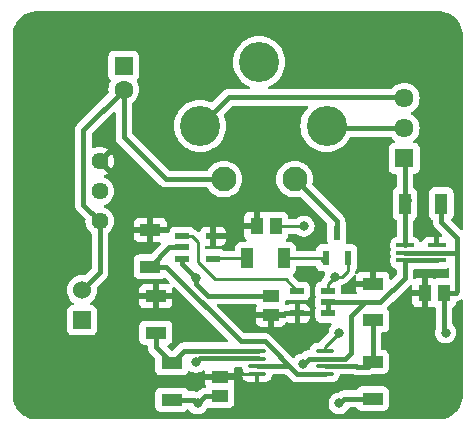
<source format=gbr>
%TF.GenerationSoftware,KiCad,Pcbnew,8.0.5*%
%TF.CreationDate,2025-04-28T09:51:26+02:00*%
%TF.ProjectId,Discharge Controller,44697363-6861-4726-9765-20436f6e7472,rev?*%
%TF.SameCoordinates,Original*%
%TF.FileFunction,Copper,L1,Top*%
%TF.FilePolarity,Positive*%
%FSLAX46Y46*%
G04 Gerber Fmt 4.6, Leading zero omitted, Abs format (unit mm)*
G04 Created by KiCad (PCBNEW 8.0.5) date 2025-04-28 09:51:26*
%MOMM*%
%LPD*%
G01*
G04 APERTURE LIST*
G04 Aperture macros list*
%AMRoundRect*
0 Rectangle with rounded corners*
0 $1 Rounding radius*
0 $2 $3 $4 $5 $6 $7 $8 $9 X,Y pos of 4 corners*
0 Add a 4 corners polygon primitive as box body*
4,1,4,$2,$3,$4,$5,$6,$7,$8,$9,$2,$3,0*
0 Add four circle primitives for the rounded corners*
1,1,$1+$1,$2,$3*
1,1,$1+$1,$4,$5*
1,1,$1+$1,$6,$7*
1,1,$1+$1,$8,$9*
0 Add four rect primitives between the rounded corners*
20,1,$1+$1,$2,$3,$4,$5,0*
20,1,$1+$1,$4,$5,$6,$7,0*
20,1,$1+$1,$6,$7,$8,$9,0*
20,1,$1+$1,$8,$9,$2,$3,0*%
G04 Aperture macros list end*
%TA.AperFunction,SMDPad,CuDef*%
%ADD10R,1.050000X1.800000*%
%TD*%
%TA.AperFunction,ComponentPad*%
%ADD11C,2.100000*%
%TD*%
%TA.AperFunction,ComponentPad*%
%ADD12C,3.400000*%
%TD*%
%TA.AperFunction,SMDPad,CuDef*%
%ADD13R,1.470000X1.070000*%
%TD*%
%TA.AperFunction,SMDPad,CuDef*%
%ADD14RoundRect,0.100000X0.637500X0.100000X-0.637500X0.100000X-0.637500X-0.100000X0.637500X-0.100000X0*%
%TD*%
%TA.AperFunction,SMDPad,CuDef*%
%ADD15R,1.150000X0.600000*%
%TD*%
%TA.AperFunction,SMDPad,CuDef*%
%ADD16R,1.800000X1.050000*%
%TD*%
%TA.AperFunction,SMDPad,CuDef*%
%ADD17R,0.600000X1.300000*%
%TD*%
%TA.AperFunction,SMDPad,CuDef*%
%ADD18R,1.070000X1.470000*%
%TD*%
%TA.AperFunction,ComponentPad*%
%ADD19R,1.610000X1.610000*%
%TD*%
%TA.AperFunction,ComponentPad*%
%ADD20C,1.610000*%
%TD*%
%TA.AperFunction,ComponentPad*%
%ADD21R,1.530000X1.530000*%
%TD*%
%TA.AperFunction,ComponentPad*%
%ADD22C,1.530000*%
%TD*%
%TA.AperFunction,ComponentPad*%
%ADD23C,1.440000*%
%TD*%
%TA.AperFunction,SMDPad,CuDef*%
%ADD24RoundRect,0.100000X-0.650000X-0.100000X0.650000X-0.100000X0.650000X0.100000X-0.650000X0.100000X0*%
%TD*%
%TA.AperFunction,ComponentPad*%
%ADD25R,1.600000X1.600000*%
%TD*%
%TA.AperFunction,ComponentPad*%
%ADD26C,1.600000*%
%TD*%
%TA.AperFunction,ViaPad*%
%ADD27C,0.800000*%
%TD*%
%TA.AperFunction,Conductor*%
%ADD28C,0.400000*%
%TD*%
%TA.AperFunction,Conductor*%
%ADD29C,0.250000*%
%TD*%
G04 APERTURE END LIST*
D10*
%TO.P,R1,1*%
%TO.N,/Raw_Relay_Closed*%
X183048000Y-67099000D03*
%TO.P,R1,2*%
%TO.N,GND*%
X186148000Y-67099000D03*
%TD*%
D11*
%TO.P,K2,1*%
%TO.N,Net-(K2-Pad1)*%
X173719500Y-65006500D03*
D12*
%TO.P,K2,2*%
%TO.N,/SC in*%
X176419500Y-60506500D03*
%TO.P,K2,3*%
%TO.N,unconnected-(K2-Pad3)*%
X170719500Y-55106500D03*
%TO.P,K2,4*%
%TO.N,/SC out*%
X165719500Y-60506500D03*
D11*
%TO.P,K2,5*%
%TO.N,+12V*%
X167719500Y-65006500D03*
%TD*%
D13*
%TO.P,C5,1*%
%TO.N,GND*%
X171704000Y-74872000D03*
%TO.P,C5,2*%
%TO.N,+5V*%
X171704000Y-76512000D03*
%TD*%
D14*
%TO.P,U3,1*%
%TO.N,/SCS_Compliance*%
X176260600Y-81502800D03*
%TO.P,U3,2,-*%
%TO.N,/0.75V*%
X176260600Y-80852800D03*
%TO.P,U3,3,+*%
%TO.N,/Relay_Closed*%
X176260600Y-80202800D03*
%TO.P,U3,4,V-*%
%TO.N,GND*%
X176260600Y-79552800D03*
%TO.P,U3,5,+*%
%TO.N,/4.25V*%
X170535600Y-79552800D03*
%TO.P,U3,6,-*%
%TO.N,/Relay_Closed*%
X170535600Y-80202800D03*
%TO.P,U3,7*%
%TO.N,/SCS_Compliance*%
X170535600Y-80852800D03*
%TO.P,U3,8,V+*%
%TO.N,+5V*%
X170535600Y-81502800D03*
%TD*%
D15*
%TO.P,G2,1*%
%TO.N,/Relay_Closed*%
X176560000Y-76388000D03*
%TO.P,G2,2*%
X176560000Y-75438000D03*
%TO.P,G2,3,GND*%
%TO.N,GND*%
X176560000Y-74488000D03*
%TO.P,G2,4*%
%TO.N,Net-(G1-Pad1)*%
X173960000Y-74488000D03*
%TO.P,G2,5,VCC*%
%TO.N,+5V*%
X173960000Y-76388000D03*
%TD*%
D16*
%TO.P,R6,1*%
%TO.N,/4.25V*%
X161975800Y-78029400D03*
%TO.P,R6,2*%
%TO.N,+5V*%
X161975800Y-74929400D03*
%TD*%
%TO.P,R2,1*%
%TO.N,/0.75V*%
X180340000Y-76962000D03*
%TO.P,R2,2*%
%TO.N,+5V*%
X180340000Y-73862000D03*
%TD*%
D17*
%TO.P,Q1,1*%
%TO.N,Net-(Q1-Pad1)*%
X176342000Y-71662000D03*
%TO.P,Q1,2*%
%TO.N,GND*%
X178242000Y-71662000D03*
%TO.P,Q1,3*%
%TO.N,Net-(K2-Pad1)*%
X177292000Y-69562000D03*
%TD*%
D18*
%TO.P,C2,1*%
%TO.N,GND*%
X186368000Y-74625200D03*
%TO.P,C2,2*%
%TO.N,+5V*%
X184728000Y-74625200D03*
%TD*%
D19*
%TO.P,J1,1,1*%
%TO.N,/Raw_Relay_Closed*%
X183000000Y-63246000D03*
D20*
%TO.P,J1,2,2*%
%TO.N,/SC in*%
X183000000Y-60706000D03*
%TO.P,J1,3,3*%
%TO.N,/SC out*%
X183000000Y-58166000D03*
%TD*%
D21*
%TO.P,J3,1,1*%
%TO.N,GND*%
X155702000Y-76962000D03*
D22*
%TO.P,J3,2,2*%
%TO.N,+12V*%
X155702000Y-74422000D03*
%TD*%
D13*
%TO.P,C3,1*%
%TO.N,GND*%
X167386000Y-83370000D03*
%TO.P,C3,2*%
%TO.N,+5V*%
X167386000Y-81730000D03*
%TD*%
D18*
%TO.P,C4,1*%
%TO.N,GND*%
X172140000Y-69000000D03*
%TO.P,C4,2*%
%TO.N,+5V*%
X170500000Y-69000000D03*
%TD*%
D15*
%TO.P,G1,1*%
%TO.N,Net-(G1-Pad1)*%
X164200000Y-69850000D03*
%TO.P,G1,2*%
%TO.N,/SCS_Compliance*%
X164200000Y-70800000D03*
%TO.P,G1,3,GND*%
%TO.N,GND*%
X164200000Y-71750000D03*
%TO.P,G1,4*%
%TO.N,Net-(G1-Pad4)*%
X166800000Y-71750000D03*
%TO.P,G1,5,VCC*%
%TO.N,+5V*%
X166800000Y-69850000D03*
%TD*%
D10*
%TO.P,R4,1*%
%TO.N,Net-(G1-Pad4)*%
X169703732Y-71726311D03*
%TO.P,R4,2*%
%TO.N,Net-(Q1-Pad1)*%
X172803732Y-71726311D03*
%TD*%
D16*
%TO.P,R5,1*%
%TO.N,GND*%
X180314000Y-83592000D03*
%TO.P,R5,2*%
%TO.N,/0.75V*%
X180314000Y-80492000D03*
%TD*%
%TO.P,R7,1*%
%TO.N,GND*%
X163322000Y-83693600D03*
%TO.P,R7,2*%
%TO.N,/4.25V*%
X163322000Y-80593600D03*
%TD*%
D23*
%TO.P,U1,1,+VIN*%
%TO.N,+12V*%
X157226000Y-68580000D03*
%TO.P,U1,2,GND*%
%TO.N,GND*%
X157226000Y-66040000D03*
%TO.P,U1,3,+VOUT*%
%TO.N,+5V*%
X157226000Y-63500000D03*
%TD*%
D16*
%TO.P,R3,1*%
%TO.N,+5V*%
X161500000Y-69316000D03*
%TO.P,R3,2*%
%TO.N,/SCS_Compliance*%
X161500000Y-72416000D03*
%TD*%
D24*
%TO.P,U2,1,+*%
%TO.N,/Raw_Relay_Closed*%
X183074000Y-70597000D03*
%TO.P,U2,2,V-*%
%TO.N,GND*%
X183074000Y-71247000D03*
%TO.P,U2,3,-*%
%TO.N,/Relay_Closed*%
X183074000Y-71897000D03*
%TO.P,U2,4*%
X185734000Y-71897000D03*
%TO.P,U2,5,V+*%
%TO.N,+5V*%
X185734000Y-70597000D03*
%TD*%
D25*
%TO.P,C1,1*%
%TO.N,GND*%
X159258000Y-55432888D03*
D26*
%TO.P,C1,2*%
%TO.N,+12V*%
X159258000Y-57432888D03*
%TD*%
D27*
%TO.N,GND*%
X165500000Y-84000000D03*
X174500000Y-69000000D03*
X177500000Y-84000000D03*
X177139651Y-73289901D03*
X177500000Y-78000000D03*
X186500000Y-78000000D03*
X165389000Y-73414000D03*
%TO.N,+5V*%
X166000000Y-78000000D03*
X169000000Y-76500000D03*
%TO.N,/Relay_Closed*%
X165354000Y-80518000D03*
X174396400Y-80702800D03*
%TD*%
D28*
%TO.N,GND*%
X164200000Y-72225000D02*
X164200000Y-71750000D01*
X165193600Y-83693600D02*
X163322000Y-83693600D01*
X180314000Y-83592000D02*
X177908000Y-83592000D01*
D29*
X176560000Y-73869552D02*
X177139651Y-73289901D01*
D28*
X186368000Y-74625200D02*
X187374800Y-74625200D01*
X165389000Y-73414000D02*
X164200000Y-72225000D01*
X166130000Y-83370000D02*
X167386000Y-83370000D01*
X187373000Y-71247000D02*
X187500000Y-71120000D01*
X165389000Y-73414000D02*
X165389000Y-73889000D01*
D29*
X176560000Y-74488000D02*
X176560000Y-73869552D01*
D28*
X177908000Y-83592000D02*
X177500000Y-84000000D01*
X187500000Y-74500000D02*
X187500000Y-71613001D01*
X186368000Y-77868000D02*
X186500000Y-78000000D01*
D29*
X178242000Y-72758000D02*
X178242000Y-71662000D01*
D28*
X187500000Y-70000000D02*
X186148000Y-68648000D01*
X186368000Y-74625200D02*
X186368000Y-77868000D01*
D29*
X177710099Y-73289901D02*
X178242000Y-72758000D01*
X172140000Y-69000000D02*
X174500000Y-69000000D01*
D28*
X165500000Y-84000000D02*
X165193600Y-83693600D01*
X187500000Y-71120000D02*
X187500000Y-70000000D01*
X166372000Y-74872000D02*
X171704000Y-74872000D01*
X165500000Y-84000000D02*
X166130000Y-83370000D01*
D29*
X167062400Y-83693600D02*
X167386000Y-83370000D01*
D28*
X187500000Y-71613001D02*
X187500000Y-71120000D01*
D29*
X176260600Y-79239400D02*
X177500000Y-78000000D01*
D28*
X187374800Y-74625200D02*
X187500000Y-74500000D01*
D29*
X176260600Y-79552800D02*
X176260600Y-79239400D01*
X177139651Y-73289901D02*
X177710099Y-73289901D01*
D28*
X186148000Y-68648000D02*
X186148000Y-67099000D01*
X183074000Y-71247000D02*
X187373000Y-71247000D01*
X165389000Y-73889000D02*
X166372000Y-74872000D01*
%TO.N,+12V*%
X157226000Y-68580000D02*
X157226000Y-72898000D01*
X167719500Y-65006500D02*
X162796500Y-65006500D01*
X159258000Y-61468000D02*
X159258000Y-57432888D01*
X159258000Y-57432888D02*
X155829000Y-60861888D01*
X155829000Y-60861888D02*
X155829000Y-67183000D01*
X157226000Y-72898000D02*
X155702000Y-74422000D01*
X162796500Y-65006500D02*
X159258000Y-61468000D01*
X155829000Y-67183000D02*
X157226000Y-68580000D01*
%TO.N,+5V*%
X171828000Y-76388000D02*
X171704000Y-76512000D01*
X161500000Y-69316000D02*
X161780000Y-69596000D01*
X184728000Y-74625200D02*
X184728000Y-73772000D01*
D29*
X170535600Y-81502800D02*
X167613200Y-81502800D01*
D28*
X166953000Y-81493000D02*
X166936000Y-81476000D01*
X161975800Y-74929400D02*
X161975800Y-74955400D01*
D29*
X167613200Y-81502800D02*
X167386000Y-81730000D01*
D28*
%TO.N,/SCS_Compliance*%
X173932978Y-81502800D02*
X176260600Y-81502800D01*
X173273178Y-80843000D02*
X173932978Y-81502800D01*
X163116000Y-70800000D02*
X161500000Y-72416000D01*
X164200000Y-70800000D02*
X163116000Y-70800000D01*
X171170178Y-78740000D02*
X169138000Y-78740000D01*
X162814000Y-72416000D02*
X161500000Y-72416000D01*
X169138000Y-78740000D02*
X162814000Y-72416000D01*
X170619500Y-80843000D02*
X173273178Y-80843000D01*
X173932978Y-81502800D02*
X171170178Y-78740000D01*
D29*
%TO.N,Net-(G1-Pad4)*%
X166823689Y-71726311D02*
X166800000Y-71750000D01*
X169703732Y-71726311D02*
X166823689Y-71726311D01*
%TO.N,Net-(G1-Pad1)*%
X164200000Y-69850000D02*
X165025000Y-69850000D01*
X165500000Y-72000000D02*
X167000000Y-73500000D01*
X165025000Y-69850000D02*
X165500000Y-70325000D01*
X167000000Y-73500000D02*
X172972000Y-73500000D01*
X165500000Y-70325000D02*
X165500000Y-72000000D01*
X172972000Y-73500000D02*
X173960000Y-74488000D01*
D28*
%TO.N,/SC in*%
X183000000Y-60706000D02*
X176619000Y-60706000D01*
X176619000Y-60706000D02*
X176419500Y-60506500D01*
%TO.N,/SC out*%
X183000000Y-58166000D02*
X182923800Y-58089800D01*
X182923800Y-58089800D02*
X168136200Y-58089800D01*
X168136200Y-58089800D02*
X165719500Y-60506500D01*
%TO.N,Net-(K2-Pad1)*%
X177292000Y-69562000D02*
X177292000Y-68579000D01*
X177292000Y-68579000D02*
X173719500Y-65006500D01*
%TO.N,/Relay_Closed*%
X174896400Y-80202800D02*
X176260600Y-80202800D01*
X178013600Y-80202800D02*
X176260600Y-80202800D01*
X178511200Y-79705200D02*
X178013600Y-80202800D01*
X183074000Y-71897000D02*
X185734000Y-71897000D01*
X179639000Y-75438000D02*
X178511200Y-76565800D01*
X174396400Y-80702800D02*
X174896400Y-80202800D01*
X178511200Y-76565800D02*
X178511200Y-79705200D01*
X176560000Y-75438000D02*
X176560000Y-76388000D01*
X165354000Y-80518000D02*
X165679000Y-80193000D01*
X180989000Y-75438000D02*
X179639000Y-75438000D01*
X165679000Y-80193000D02*
X170619500Y-80193000D01*
X183074000Y-73353000D02*
X183074000Y-71897000D01*
X180989000Y-75438000D02*
X183074000Y-73353000D01*
X176560000Y-75438000D02*
X180989000Y-75438000D01*
%TO.N,/Raw_Relay_Closed*%
X183048000Y-63294000D02*
X183000000Y-63246000D01*
X183048000Y-67099000D02*
X183048000Y-63294000D01*
X183074000Y-67125000D02*
X183048000Y-67099000D01*
X183388000Y-66759000D02*
X183048000Y-67099000D01*
X183048000Y-70571000D02*
X183074000Y-70597000D01*
X183074000Y-70597000D02*
X183074000Y-67125000D01*
%TO.N,/0.75V*%
X178971000Y-80893000D02*
X178921000Y-80843000D01*
X178921000Y-80843000D02*
X176344500Y-80843000D01*
X180314000Y-80492000D02*
X179913000Y-80893000D01*
X180340000Y-80466000D02*
X180314000Y-80492000D01*
X179913000Y-80893000D02*
X178971000Y-80893000D01*
X180340000Y-76962000D02*
X180340000Y-80466000D01*
%TO.N,/4.25V*%
X161975800Y-79247400D02*
X163322000Y-80593600D01*
X164372600Y-79543000D02*
X163322000Y-80593600D01*
X170619500Y-79543000D02*
X164372600Y-79543000D01*
X161975800Y-78029400D02*
X161975800Y-79247400D01*
%TO.N,Net-(Q1-Pad1)*%
X176145000Y-71859000D02*
X176342000Y-71662000D01*
D29*
X176277689Y-71726311D02*
X176342000Y-71662000D01*
X172803732Y-71726311D02*
X176277689Y-71726311D01*
%TD*%
%TA.AperFunction,Conductor*%
%TO.N,+5V*%
G36*
X185961121Y-50800020D02*
G01*
X186095109Y-50802409D01*
X186110528Y-50803650D01*
X186376897Y-50841948D01*
X186394184Y-50845708D01*
X186651313Y-50921209D01*
X186667887Y-50927391D01*
X186777159Y-50977293D01*
X186911659Y-51038717D01*
X186927173Y-51047188D01*
X187152628Y-51192080D01*
X187166787Y-51202679D01*
X187369317Y-51378172D01*
X187381827Y-51390682D01*
X187557320Y-51593212D01*
X187567921Y-51607374D01*
X187712808Y-51832821D01*
X187721284Y-51848345D01*
X187832608Y-52092112D01*
X187838791Y-52108688D01*
X187914290Y-52365814D01*
X187918051Y-52383102D01*
X187956348Y-52649463D01*
X187957590Y-52664898D01*
X187959980Y-52798877D01*
X187960000Y-52801089D01*
X187960000Y-69169981D01*
X187940315Y-69237020D01*
X187887511Y-69282775D01*
X187818353Y-69292719D01*
X187754797Y-69263694D01*
X187748319Y-69257662D01*
X187026556Y-68535899D01*
X186993071Y-68474576D01*
X186998055Y-68404884D01*
X187026556Y-68360537D01*
X187030543Y-68356549D01*
X187030544Y-68356547D01*
X187030546Y-68356546D01*
X187116796Y-68241331D01*
X187167091Y-68106483D01*
X187173500Y-68046873D01*
X187173499Y-66151128D01*
X187167091Y-66091517D01*
X187147876Y-66040000D01*
X187116797Y-65956671D01*
X187116793Y-65956664D01*
X187030547Y-65841455D01*
X187030544Y-65841452D01*
X186915335Y-65755206D01*
X186915328Y-65755202D01*
X186780482Y-65704908D01*
X186780483Y-65704908D01*
X186720883Y-65698501D01*
X186720881Y-65698500D01*
X186720873Y-65698500D01*
X186720864Y-65698500D01*
X185575129Y-65698500D01*
X185575123Y-65698501D01*
X185515516Y-65704908D01*
X185380671Y-65755202D01*
X185380664Y-65755206D01*
X185265455Y-65841452D01*
X185265452Y-65841455D01*
X185179206Y-65956664D01*
X185179202Y-65956671D01*
X185128908Y-66091517D01*
X185122501Y-66151116D01*
X185122501Y-66151123D01*
X185122500Y-66151135D01*
X185122500Y-68046870D01*
X185122501Y-68046876D01*
X185128908Y-68106483D01*
X185179202Y-68241328D01*
X185179206Y-68241335D01*
X185265452Y-68356544D01*
X185265455Y-68356547D01*
X185380663Y-68442792D01*
X185380665Y-68442793D01*
X185380669Y-68442796D01*
X185380673Y-68442797D01*
X185382924Y-68444027D01*
X185384746Y-68445849D01*
X185387769Y-68448112D01*
X185387443Y-68448546D01*
X185432331Y-68493431D01*
X185447500Y-68552861D01*
X185447500Y-68579006D01*
X185447500Y-68716994D01*
X185447500Y-68716996D01*
X185447499Y-68716996D01*
X185474418Y-68852322D01*
X185474421Y-68852332D01*
X185527222Y-68979807D01*
X185603887Y-69094545D01*
X185603888Y-69094546D01*
X186194662Y-69685319D01*
X186228147Y-69746642D01*
X186223163Y-69816333D01*
X186181292Y-69872267D01*
X186115827Y-69896684D01*
X186106981Y-69897000D01*
X185934000Y-69897000D01*
X185934000Y-70422500D01*
X185914315Y-70489539D01*
X185861511Y-70535294D01*
X185810000Y-70546500D01*
X185658000Y-70546500D01*
X185590961Y-70526815D01*
X185545206Y-70474011D01*
X185534000Y-70422500D01*
X185534000Y-69897000D01*
X185044675Y-69897000D01*
X184927371Y-69912442D01*
X184927366Y-69912444D01*
X184781414Y-69972899D01*
X184656075Y-70069075D01*
X184559900Y-70194412D01*
X184518831Y-70293562D01*
X184474990Y-70347965D01*
X184408695Y-70370030D01*
X184340996Y-70352751D01*
X184293386Y-70301613D01*
X184289716Y-70293578D01*
X184250206Y-70198190D01*
X184248537Y-70194161D01*
X184248536Y-70194160D01*
X184248536Y-70194159D01*
X184152282Y-70068718D01*
X184026841Y-69972464D01*
X183880762Y-69911956D01*
X183872912Y-69909853D01*
X183873355Y-69908199D01*
X183818410Y-69883886D01*
X183779944Y-69825558D01*
X183774500Y-69789221D01*
X183774500Y-68535431D01*
X183794185Y-68468392D01*
X183824186Y-68436166D01*
X183930546Y-68356546D01*
X184016796Y-68241331D01*
X184067091Y-68106483D01*
X184073500Y-68046873D01*
X184073499Y-66915617D01*
X184075882Y-66891425D01*
X184088500Y-66827995D01*
X184088500Y-66690003D01*
X184075882Y-66626571D01*
X184073499Y-66602379D01*
X184073499Y-66151129D01*
X184073498Y-66151123D01*
X184073497Y-66151116D01*
X184067091Y-66091517D01*
X184047876Y-66040000D01*
X184016797Y-65956671D01*
X184016793Y-65956664D01*
X183930547Y-65841455D01*
X183930544Y-65841452D01*
X183815329Y-65755202D01*
X183813068Y-65753967D01*
X183811246Y-65752145D01*
X183808231Y-65749888D01*
X183808555Y-65749454D01*
X183763665Y-65704559D01*
X183748500Y-65645138D01*
X183748500Y-64674103D01*
X183768185Y-64607064D01*
X183820989Y-64561309D01*
X183859244Y-64550813D01*
X183912483Y-64545091D01*
X184047331Y-64494796D01*
X184162546Y-64408546D01*
X184248796Y-64293331D01*
X184299091Y-64158483D01*
X184305500Y-64098873D01*
X184305499Y-62393128D01*
X184299091Y-62333517D01*
X184294011Y-62319898D01*
X184248797Y-62198671D01*
X184248793Y-62198664D01*
X184162547Y-62083455D01*
X184162544Y-62083452D01*
X184047335Y-61997206D01*
X184047328Y-61997202D01*
X183912482Y-61946908D01*
X183912484Y-61946908D01*
X183886815Y-61944149D01*
X183822264Y-61917411D01*
X183782416Y-61860018D01*
X183779923Y-61790193D01*
X183815576Y-61730104D01*
X183828941Y-61719290D01*
X183842365Y-61709891D01*
X184003891Y-61548365D01*
X184134915Y-61361244D01*
X184231455Y-61154213D01*
X184290578Y-60933564D01*
X184310487Y-60706000D01*
X184290578Y-60478436D01*
X184231455Y-60257787D01*
X184134915Y-60050757D01*
X184134913Y-60050754D01*
X184134912Y-60050752D01*
X184003890Y-59863633D01*
X183842369Y-59702113D01*
X183842365Y-59702109D01*
X183655244Y-59571085D01*
X183606556Y-59548381D01*
X183554117Y-59502210D01*
X183534965Y-59435017D01*
X183555180Y-59368136D01*
X183606557Y-59323618D01*
X183655244Y-59300915D01*
X183842365Y-59169891D01*
X184003891Y-59008365D01*
X184134915Y-58821244D01*
X184231455Y-58614213D01*
X184290578Y-58393564D01*
X184310487Y-58166000D01*
X184290578Y-57938436D01*
X184231455Y-57717787D01*
X184134915Y-57510757D01*
X184134913Y-57510754D01*
X184134912Y-57510752D01*
X184003890Y-57323633D01*
X183842369Y-57162113D01*
X183842365Y-57162109D01*
X183655244Y-57031085D01*
X183655245Y-57031085D01*
X183655243Y-57031084D01*
X183551728Y-56982815D01*
X183448213Y-56934545D01*
X183448209Y-56934544D01*
X183448205Y-56934542D01*
X183227568Y-56875423D01*
X183227566Y-56875422D01*
X183227564Y-56875422D01*
X183227562Y-56875421D01*
X183227558Y-56875421D01*
X183000002Y-56855513D01*
X182999998Y-56855513D01*
X182772441Y-56875421D01*
X182772431Y-56875423D01*
X182551794Y-56934542D01*
X182551785Y-56934546D01*
X182344756Y-57031085D01*
X182344752Y-57031087D01*
X182157633Y-57162109D01*
X181996110Y-57323632D01*
X181987153Y-57336425D01*
X181932575Y-57380049D01*
X181885579Y-57389300D01*
X171591412Y-57389300D01*
X171524373Y-57369615D01*
X171478618Y-57316811D01*
X171468674Y-57247653D01*
X171497699Y-57184097D01*
X171551554Y-57147881D01*
X171553480Y-57147227D01*
X171563402Y-57143859D01*
X171822111Y-57016278D01*
X172061954Y-56856020D01*
X172278827Y-56665827D01*
X172469020Y-56448954D01*
X172629278Y-56209111D01*
X172756859Y-55950402D01*
X172849581Y-55677253D01*
X172905856Y-55394339D01*
X172924722Y-55106500D01*
X172905856Y-54818661D01*
X172849581Y-54535747D01*
X172756859Y-54262598D01*
X172629278Y-54003889D01*
X172469020Y-53764046D01*
X172278827Y-53547172D01*
X172061952Y-53356978D01*
X171822113Y-53196723D01*
X171822106Y-53196719D01*
X171563405Y-53069142D01*
X171290260Y-52976421D01*
X171290254Y-52976419D01*
X171290253Y-52976419D01*
X171290251Y-52976418D01*
X171290245Y-52976417D01*
X171007349Y-52920146D01*
X171007339Y-52920144D01*
X170719500Y-52901278D01*
X170431661Y-52920144D01*
X170431655Y-52920145D01*
X170431650Y-52920146D01*
X170148754Y-52976417D01*
X170148739Y-52976421D01*
X169875594Y-53069142D01*
X169616893Y-53196719D01*
X169616886Y-53196723D01*
X169377047Y-53356978D01*
X169160172Y-53547172D01*
X168969978Y-53764047D01*
X168809723Y-54003886D01*
X168809719Y-54003893D01*
X168682142Y-54262594D01*
X168589421Y-54535739D01*
X168589417Y-54535754D01*
X168533146Y-54818650D01*
X168533144Y-54818662D01*
X168514278Y-55106500D01*
X168533144Y-55394337D01*
X168533146Y-55394349D01*
X168589417Y-55677245D01*
X168589421Y-55677260D01*
X168682142Y-55950405D01*
X168809719Y-56209106D01*
X168809723Y-56209113D01*
X168969978Y-56448952D01*
X169160172Y-56665827D01*
X169377047Y-56856021D01*
X169494562Y-56934542D01*
X169616889Y-57016278D01*
X169875598Y-57143859D01*
X169884064Y-57146732D01*
X169887446Y-57147881D01*
X169944601Y-57188069D01*
X169970954Y-57252778D01*
X169958140Y-57321463D01*
X169910226Y-57372316D01*
X169847588Y-57389300D01*
X168067204Y-57389300D01*
X167931877Y-57416218D01*
X167931867Y-57416221D01*
X167804392Y-57469022D01*
X167689654Y-57545687D01*
X166762053Y-58473288D01*
X166700730Y-58506773D01*
X166631038Y-58501789D01*
X166619528Y-58496819D01*
X166563405Y-58469142D01*
X166290260Y-58376421D01*
X166290254Y-58376419D01*
X166290253Y-58376419D01*
X166290251Y-58376418D01*
X166290245Y-58376417D01*
X166007349Y-58320146D01*
X166007339Y-58320144D01*
X165719500Y-58301278D01*
X165431661Y-58320144D01*
X165431655Y-58320145D01*
X165431650Y-58320146D01*
X165148754Y-58376417D01*
X165148739Y-58376421D01*
X164875594Y-58469142D01*
X164616893Y-58596719D01*
X164616886Y-58596723D01*
X164377047Y-58756978D01*
X164160172Y-58947172D01*
X163969978Y-59164047D01*
X163809723Y-59403886D01*
X163809719Y-59403893D01*
X163682142Y-59662594D01*
X163589421Y-59935739D01*
X163589417Y-59935754D01*
X163533146Y-60218650D01*
X163533144Y-60218662D01*
X163514278Y-60506500D01*
X163533144Y-60794337D01*
X163533146Y-60794349D01*
X163589417Y-61077245D01*
X163589421Y-61077260D01*
X163682142Y-61350405D01*
X163809719Y-61609106D01*
X163809723Y-61609113D01*
X163969978Y-61848952D01*
X164160172Y-62065827D01*
X164377047Y-62256021D01*
X164560163Y-62378375D01*
X164616889Y-62416278D01*
X164875598Y-62543859D01*
X165148747Y-62636581D01*
X165431661Y-62692856D01*
X165719500Y-62711722D01*
X166007339Y-62692856D01*
X166290253Y-62636581D01*
X166563402Y-62543859D01*
X166822111Y-62416278D01*
X167061954Y-62256020D01*
X167278827Y-62065827D01*
X167469020Y-61848954D01*
X167629278Y-61609111D01*
X167756859Y-61350402D01*
X167849581Y-61077253D01*
X167905856Y-60794339D01*
X167924722Y-60506500D01*
X167905856Y-60218661D01*
X167849581Y-59935747D01*
X167756859Y-59662598D01*
X167729178Y-59606468D01*
X167717182Y-59537638D01*
X167744304Y-59473247D01*
X167752699Y-59463956D01*
X168390038Y-58826619D01*
X168451361Y-58793134D01*
X168477719Y-58790300D01*
X174724072Y-58790300D01*
X174791111Y-58809985D01*
X174836866Y-58862789D01*
X174846810Y-58931947D01*
X174817785Y-58995503D01*
X174817300Y-58996059D01*
X174669978Y-59164047D01*
X174509723Y-59403886D01*
X174509719Y-59403893D01*
X174382142Y-59662594D01*
X174289421Y-59935739D01*
X174289417Y-59935754D01*
X174233146Y-60218650D01*
X174233144Y-60218662D01*
X174214278Y-60506500D01*
X174233144Y-60794337D01*
X174233146Y-60794349D01*
X174289417Y-61077245D01*
X174289421Y-61077260D01*
X174382142Y-61350405D01*
X174509719Y-61609106D01*
X174509723Y-61609113D01*
X174669978Y-61848952D01*
X174860172Y-62065827D01*
X175077047Y-62256021D01*
X175260163Y-62378375D01*
X175316889Y-62416278D01*
X175575598Y-62543859D01*
X175848747Y-62636581D01*
X176131661Y-62692856D01*
X176419500Y-62711722D01*
X176707339Y-62692856D01*
X176990253Y-62636581D01*
X177263402Y-62543859D01*
X177522111Y-62416278D01*
X177761954Y-62256020D01*
X177978827Y-62065827D01*
X178169020Y-61848954D01*
X178329278Y-61609111D01*
X178395091Y-61475656D01*
X178442396Y-61424237D01*
X178506303Y-61406500D01*
X181832223Y-61406500D01*
X181899262Y-61426185D01*
X181933798Y-61459376D01*
X181996109Y-61548365D01*
X182157635Y-61709891D01*
X182171052Y-61719285D01*
X182214676Y-61773859D01*
X182221870Y-61843358D01*
X182190348Y-61905713D01*
X182130119Y-61941127D01*
X182113185Y-61944148D01*
X182087519Y-61946907D01*
X181952671Y-61997202D01*
X181952664Y-61997206D01*
X181837455Y-62083452D01*
X181837452Y-62083455D01*
X181751206Y-62198664D01*
X181751202Y-62198671D01*
X181700908Y-62333517D01*
X181696086Y-62378375D01*
X181694501Y-62393123D01*
X181694500Y-62393135D01*
X181694500Y-64098870D01*
X181694501Y-64098876D01*
X181700908Y-64158483D01*
X181751202Y-64293328D01*
X181751206Y-64293335D01*
X181837452Y-64408544D01*
X181837455Y-64408547D01*
X181952664Y-64494793D01*
X181952671Y-64494797D01*
X181997618Y-64511561D01*
X182087517Y-64545091D01*
X182147127Y-64551500D01*
X182223500Y-64551499D01*
X182290538Y-64571183D01*
X182336294Y-64623986D01*
X182347500Y-64675499D01*
X182347500Y-65645138D01*
X182327815Y-65712177D01*
X182287581Y-65749637D01*
X182287769Y-65749888D01*
X182285441Y-65751630D01*
X182282932Y-65753967D01*
X182280670Y-65755202D01*
X182165455Y-65841452D01*
X182165452Y-65841455D01*
X182079206Y-65956664D01*
X182079202Y-65956671D01*
X182028908Y-66091517D01*
X182022501Y-66151116D01*
X182022501Y-66151123D01*
X182022500Y-66151135D01*
X182022500Y-68046870D01*
X182022501Y-68046876D01*
X182028908Y-68106483D01*
X182079202Y-68241328D01*
X182079206Y-68241335D01*
X182165452Y-68356544D01*
X182165455Y-68356547D01*
X182280665Y-68442794D01*
X182280667Y-68442794D01*
X182280669Y-68442796D01*
X182292830Y-68447331D01*
X182348764Y-68489199D01*
X182373184Y-68554662D01*
X182373500Y-68563514D01*
X182373500Y-69789221D01*
X182353815Y-69856260D01*
X182301011Y-69902015D01*
X182274990Y-69909489D01*
X182275088Y-69909853D01*
X182267237Y-69911956D01*
X182121160Y-69972463D01*
X181995718Y-70068718D01*
X181899463Y-70194160D01*
X181838956Y-70340237D01*
X181838955Y-70340239D01*
X181823500Y-70457638D01*
X181823500Y-70736363D01*
X181838953Y-70853753D01*
X181838957Y-70853765D01*
X181847566Y-70874550D01*
X181855033Y-70944019D01*
X181847566Y-70969450D01*
X181838957Y-70990234D01*
X181838955Y-70990239D01*
X181823500Y-71107638D01*
X181823500Y-71386363D01*
X181838953Y-71503753D01*
X181838957Y-71503765D01*
X181847566Y-71524550D01*
X181855033Y-71594019D01*
X181847566Y-71619450D01*
X181838957Y-71640234D01*
X181838955Y-71640239D01*
X181823500Y-71757638D01*
X181823500Y-72036363D01*
X181838953Y-72153753D01*
X181838956Y-72153762D01*
X181898043Y-72296412D01*
X181899464Y-72299841D01*
X181995718Y-72425282D01*
X182121159Y-72521536D01*
X182267238Y-72582044D01*
X182267243Y-72582044D01*
X182275088Y-72584147D01*
X182274644Y-72585803D01*
X182329576Y-72610101D01*
X182368051Y-72668423D01*
X182373500Y-72704778D01*
X182373500Y-73011481D01*
X182353815Y-73078520D01*
X182337181Y-73099162D01*
X181951681Y-73484662D01*
X181890358Y-73518147D01*
X181820666Y-73513163D01*
X181764733Y-73471291D01*
X181740316Y-73405827D01*
X181740000Y-73396981D01*
X181740000Y-73289172D01*
X181739999Y-73289155D01*
X181733598Y-73229627D01*
X181733596Y-73229620D01*
X181683354Y-73094913D01*
X181683350Y-73094906D01*
X181597190Y-72979812D01*
X181597187Y-72979809D01*
X181482093Y-72893649D01*
X181482086Y-72893645D01*
X181347379Y-72843403D01*
X181347372Y-72843401D01*
X181287844Y-72837000D01*
X180590000Y-72837000D01*
X180590000Y-73988000D01*
X180570315Y-74055039D01*
X180517511Y-74100794D01*
X180466000Y-74112000D01*
X178940000Y-74112000D01*
X178940000Y-74434844D01*
X178946401Y-74494372D01*
X178946404Y-74494383D01*
X178974670Y-74570166D01*
X178979655Y-74639857D01*
X178946171Y-74701181D01*
X178884848Y-74734666D01*
X178858489Y-74737500D01*
X177759500Y-74737500D01*
X177692461Y-74717815D01*
X177646706Y-74665011D01*
X177635500Y-74613500D01*
X177635499Y-74140129D01*
X177635498Y-74140114D01*
X177633460Y-74121160D01*
X177645864Y-74052400D01*
X177683862Y-74007586D01*
X177745522Y-73962789D01*
X177764223Y-73942018D01*
X177823706Y-73905369D01*
X177832167Y-73903374D01*
X177855503Y-73898733D01*
X177892551Y-73891364D01*
X177942595Y-73870635D01*
X178006385Y-73844213D01*
X178060662Y-73807945D01*
X178108832Y-73775759D01*
X178195957Y-73688634D01*
X178195958Y-73688631D01*
X178727858Y-73156733D01*
X178727858Y-73156732D01*
X178732166Y-73152425D01*
X178733970Y-73154229D01*
X178782454Y-73121141D01*
X178852297Y-73119208D01*
X178912097Y-73155342D01*
X178942870Y-73218070D01*
X178943957Y-73252359D01*
X178940000Y-73289166D01*
X178940000Y-73612000D01*
X180090000Y-73612000D01*
X180090000Y-72837000D01*
X179392155Y-72837000D01*
X179332627Y-72843401D01*
X179332620Y-72843403D01*
X179197913Y-72893645D01*
X179197906Y-72893649D01*
X179082812Y-72979809D01*
X179082809Y-72979812D01*
X179073683Y-72992003D01*
X179017748Y-73033872D01*
X178948056Y-73038854D01*
X178886734Y-73005367D01*
X178853252Y-72944042D01*
X178852809Y-72893465D01*
X178853266Y-72891168D01*
X178867501Y-72819606D01*
X178867501Y-72752954D01*
X178887186Y-72685915D01*
X178894495Y-72676844D01*
X178894231Y-72676646D01*
X178906355Y-72660450D01*
X178985796Y-72554331D01*
X179036091Y-72419483D01*
X179042500Y-72359873D01*
X179042499Y-70964128D01*
X179036091Y-70904517D01*
X179026884Y-70879833D01*
X178985797Y-70769671D01*
X178985793Y-70769664D01*
X178899547Y-70654455D01*
X178899544Y-70654452D01*
X178784335Y-70568206D01*
X178784328Y-70568202D01*
X178649482Y-70517908D01*
X178649483Y-70517908D01*
X178589883Y-70511501D01*
X178589881Y-70511500D01*
X178589873Y-70511500D01*
X178589865Y-70511500D01*
X178193067Y-70511500D01*
X178126028Y-70491815D01*
X178080273Y-70439011D01*
X178070329Y-70369853D01*
X178076885Y-70344168D01*
X178086090Y-70319485D01*
X178086091Y-70319483D01*
X178089315Y-70289492D01*
X178092500Y-70259873D01*
X178092499Y-68864128D01*
X178086091Y-68804517D01*
X178065757Y-68750000D01*
X178035797Y-68669671D01*
X178035795Y-68669668D01*
X178017233Y-68644872D01*
X177992816Y-68579408D01*
X177992500Y-68570561D01*
X177992500Y-68510004D01*
X177965581Y-68374677D01*
X177965580Y-68374676D01*
X177965580Y-68374672D01*
X177962507Y-68367253D01*
X177912776Y-68247191D01*
X177912775Y-68247189D01*
X177882218Y-68201457D01*
X177852927Y-68157620D01*
X177836115Y-68132458D01*
X177836111Y-68132453D01*
X175246246Y-65542589D01*
X175212761Y-65481266D01*
X175213352Y-65425962D01*
X175255646Y-65249802D01*
X175274794Y-65006500D01*
X175255646Y-64763198D01*
X175198672Y-64525888D01*
X175185794Y-64494797D01*
X175105277Y-64300410D01*
X174977762Y-64092326D01*
X174977761Y-64092323D01*
X174873287Y-63970000D01*
X174819259Y-63906741D01*
X174680918Y-63788587D01*
X174633676Y-63748238D01*
X174633673Y-63748237D01*
X174425589Y-63620722D01*
X174200118Y-63527330D01*
X174200121Y-63527330D01*
X174086293Y-63500002D01*
X173962802Y-63470354D01*
X173962800Y-63470353D01*
X173962797Y-63470353D01*
X173719500Y-63451206D01*
X173476202Y-63470353D01*
X173476198Y-63470354D01*
X173242929Y-63526358D01*
X173238880Y-63527330D01*
X173013410Y-63620722D01*
X172805326Y-63748237D01*
X172805323Y-63748238D01*
X172619741Y-63906741D01*
X172461238Y-64092323D01*
X172461237Y-64092326D01*
X172333722Y-64300410D01*
X172240330Y-64525880D01*
X172240328Y-64525887D01*
X172240328Y-64525888D01*
X172220839Y-64607064D01*
X172183353Y-64763202D01*
X172164206Y-65006500D01*
X172183353Y-65249797D01*
X172183353Y-65249800D01*
X172183354Y-65249802D01*
X172238924Y-65481266D01*
X172240330Y-65487119D01*
X172333722Y-65712589D01*
X172461237Y-65920673D01*
X172461238Y-65920676D01*
X172461241Y-65920679D01*
X172619741Y-66106259D01*
X172763397Y-66228953D01*
X172805323Y-66264761D01*
X172805326Y-66264762D01*
X173013410Y-66392277D01*
X173238881Y-66485669D01*
X173238878Y-66485669D01*
X173238884Y-66485670D01*
X173238888Y-66485672D01*
X173476198Y-66542646D01*
X173719500Y-66561794D01*
X173962802Y-66542646D01*
X174138961Y-66500353D01*
X174208743Y-66503844D01*
X174255589Y-66533246D01*
X176458769Y-68736426D01*
X176492254Y-68797749D01*
X176494377Y-68837359D01*
X176491501Y-68864123D01*
X176491500Y-68864130D01*
X176491500Y-70259870D01*
X176491501Y-70259876D01*
X176497909Y-70319485D01*
X176507115Y-70344168D01*
X176512099Y-70413860D01*
X176478613Y-70475182D01*
X176417289Y-70508667D01*
X176390933Y-70511500D01*
X175994129Y-70511500D01*
X175994123Y-70511501D01*
X175934516Y-70517908D01*
X175799671Y-70568202D01*
X175799664Y-70568206D01*
X175684455Y-70654452D01*
X175684452Y-70654455D01*
X175598206Y-70769664D01*
X175598202Y-70769671D01*
X175547908Y-70904517D01*
X175541501Y-70964116D01*
X175541501Y-70964123D01*
X175541500Y-70964135D01*
X175541500Y-70976811D01*
X175521815Y-71043850D01*
X175469011Y-71089605D01*
X175417500Y-71100811D01*
X173953231Y-71100811D01*
X173886192Y-71081126D01*
X173840437Y-71028322D01*
X173829231Y-70976811D01*
X173829231Y-70778440D01*
X173829230Y-70778434D01*
X173829229Y-70778427D01*
X173822823Y-70718828D01*
X173821519Y-70715333D01*
X173772529Y-70583982D01*
X173772525Y-70583975D01*
X173686279Y-70468766D01*
X173686276Y-70468763D01*
X173571067Y-70382517D01*
X173571060Y-70382513D01*
X173436214Y-70332219D01*
X173436215Y-70332219D01*
X173376615Y-70325812D01*
X173376613Y-70325811D01*
X173376605Y-70325811D01*
X173376597Y-70325811D01*
X173093500Y-70325811D01*
X173026461Y-70306126D01*
X172980706Y-70253322D01*
X172970762Y-70184164D01*
X172999787Y-70120608D01*
X173019182Y-70102549D01*
X173032546Y-70092546D01*
X173118796Y-69977331D01*
X173169091Y-69842483D01*
X173175500Y-69782873D01*
X173175500Y-69749500D01*
X173195185Y-69682461D01*
X173247989Y-69636706D01*
X173299500Y-69625500D01*
X173796252Y-69625500D01*
X173863291Y-69645185D01*
X173888400Y-69666526D01*
X173894126Y-69672885D01*
X173894130Y-69672889D01*
X174047265Y-69784148D01*
X174047270Y-69784151D01*
X174220192Y-69861142D01*
X174220197Y-69861144D01*
X174405354Y-69900500D01*
X174405355Y-69900500D01*
X174594644Y-69900500D01*
X174594646Y-69900500D01*
X174779803Y-69861144D01*
X174952730Y-69784151D01*
X175105871Y-69672888D01*
X175232533Y-69532216D01*
X175327179Y-69368284D01*
X175385674Y-69188256D01*
X175405460Y-69000000D01*
X175385674Y-68811744D01*
X175327179Y-68631716D01*
X175232533Y-68467784D01*
X175105871Y-68327112D01*
X175105870Y-68327111D01*
X174952734Y-68215851D01*
X174952729Y-68215848D01*
X174779807Y-68138857D01*
X174779802Y-68138855D01*
X174627494Y-68106482D01*
X174594646Y-68099500D01*
X174405354Y-68099500D01*
X174372897Y-68106398D01*
X174220197Y-68138855D01*
X174220192Y-68138857D01*
X174047270Y-68215848D01*
X174047265Y-68215851D01*
X173894130Y-68327110D01*
X173894126Y-68327114D01*
X173888400Y-68333474D01*
X173828913Y-68370121D01*
X173796252Y-68374500D01*
X173299499Y-68374500D01*
X173232460Y-68354815D01*
X173186705Y-68302011D01*
X173175499Y-68250500D01*
X173175499Y-68217129D01*
X173175498Y-68217123D01*
X173175361Y-68215851D01*
X173169091Y-68157517D01*
X173162131Y-68138857D01*
X173118797Y-68022671D01*
X173118793Y-68022664D01*
X173032547Y-67907455D01*
X173032544Y-67907452D01*
X172917335Y-67821206D01*
X172917328Y-67821202D01*
X172782482Y-67770908D01*
X172782483Y-67770908D01*
X172722883Y-67764501D01*
X172722881Y-67764500D01*
X172722873Y-67764500D01*
X172722864Y-67764500D01*
X171557129Y-67764500D01*
X171557123Y-67764501D01*
X171497515Y-67770909D01*
X171362617Y-67821222D01*
X171292926Y-67826206D01*
X171275952Y-67821222D01*
X171142380Y-67771403D01*
X171142372Y-67771401D01*
X171082844Y-67765000D01*
X170750000Y-67765000D01*
X170750000Y-69126000D01*
X170730315Y-69193039D01*
X170677511Y-69238794D01*
X170626000Y-69250000D01*
X169465000Y-69250000D01*
X169465000Y-69782844D01*
X169471401Y-69842372D01*
X169471403Y-69842379D01*
X169521645Y-69977086D01*
X169521649Y-69977093D01*
X169607808Y-70092185D01*
X169621644Y-70102543D01*
X169663515Y-70158477D01*
X169668500Y-70228168D01*
X169635016Y-70289492D01*
X169573693Y-70322977D01*
X169547334Y-70325811D01*
X169130861Y-70325811D01*
X169130855Y-70325812D01*
X169071248Y-70332219D01*
X168936403Y-70382513D01*
X168936396Y-70382517D01*
X168821187Y-70468763D01*
X168821184Y-70468766D01*
X168734938Y-70583975D01*
X168734934Y-70583982D01*
X168684640Y-70718828D01*
X168678709Y-70774000D01*
X168678233Y-70778434D01*
X168678232Y-70778446D01*
X168678232Y-70976811D01*
X168658547Y-71043850D01*
X168605743Y-71089605D01*
X168554232Y-71100811D01*
X167784982Y-71100811D01*
X167717943Y-71081126D01*
X167710671Y-71076078D01*
X167617331Y-71006204D01*
X167617328Y-71006202D01*
X167482482Y-70955908D01*
X167482483Y-70955908D01*
X167422883Y-70949501D01*
X167422881Y-70949500D01*
X167422873Y-70949500D01*
X167422865Y-70949500D01*
X166249500Y-70949500D01*
X166182461Y-70929815D01*
X166136706Y-70877011D01*
X166125500Y-70825500D01*
X166125500Y-70774000D01*
X166145185Y-70706961D01*
X166197989Y-70661206D01*
X166249500Y-70650000D01*
X166550000Y-70650000D01*
X167050000Y-70650000D01*
X167422828Y-70650000D01*
X167422844Y-70649999D01*
X167482372Y-70643598D01*
X167482379Y-70643596D01*
X167617086Y-70593354D01*
X167617093Y-70593350D01*
X167732187Y-70507190D01*
X167732190Y-70507187D01*
X167818350Y-70392093D01*
X167818354Y-70392086D01*
X167868596Y-70257379D01*
X167868598Y-70257372D01*
X167874999Y-70197844D01*
X167875000Y-70197827D01*
X167875000Y-70100000D01*
X167050000Y-70100000D01*
X167050000Y-70650000D01*
X166550000Y-70650000D01*
X166550000Y-69600000D01*
X167050000Y-69600000D01*
X167875000Y-69600000D01*
X167875000Y-69502172D01*
X167874999Y-69502155D01*
X167868598Y-69442627D01*
X167868596Y-69442620D01*
X167818354Y-69307913D01*
X167818350Y-69307906D01*
X167732190Y-69192812D01*
X167732187Y-69192809D01*
X167617093Y-69106649D01*
X167617086Y-69106645D01*
X167482379Y-69056403D01*
X167482372Y-69056401D01*
X167422844Y-69050000D01*
X167050000Y-69050000D01*
X167050000Y-69600000D01*
X166550000Y-69600000D01*
X166550000Y-69050000D01*
X166177155Y-69050000D01*
X166117627Y-69056401D01*
X166117620Y-69056403D01*
X165982913Y-69106645D01*
X165982906Y-69106649D01*
X165867812Y-69192809D01*
X165867809Y-69192812D01*
X165781649Y-69307906D01*
X165781646Y-69307911D01*
X165736569Y-69428769D01*
X165694697Y-69484702D01*
X165629233Y-69509119D01*
X165560960Y-69494267D01*
X165532706Y-69473116D01*
X165517928Y-69458338D01*
X165517925Y-69458334D01*
X165517925Y-69458335D01*
X165510858Y-69451268D01*
X165510858Y-69451267D01*
X165423733Y-69364142D01*
X165423732Y-69364141D01*
X165423731Y-69364140D01*
X165360035Y-69321580D01*
X165360034Y-69321579D01*
X165321290Y-69295690D01*
X165321286Y-69295688D01*
X165314118Y-69292719D01*
X165240792Y-69262347D01*
X165229482Y-69257662D01*
X165207448Y-69248535D01*
X165203746Y-69247412D01*
X165202047Y-69246298D01*
X165201824Y-69246206D01*
X165201841Y-69246163D01*
X165145313Y-69209106D01*
X165140493Y-69203070D01*
X165132639Y-69192578D01*
X165132546Y-69192454D01*
X165017331Y-69106204D01*
X165017329Y-69106203D01*
X165017328Y-69106202D01*
X164882482Y-69055908D01*
X164882483Y-69055908D01*
X164822883Y-69049501D01*
X164822881Y-69049500D01*
X164822873Y-69049500D01*
X164822864Y-69049500D01*
X163577129Y-69049500D01*
X163577123Y-69049501D01*
X163517516Y-69055908D01*
X163382671Y-69106202D01*
X163382664Y-69106206D01*
X163267455Y-69192452D01*
X163267452Y-69192455D01*
X163181206Y-69307664D01*
X163181202Y-69307671D01*
X163130910Y-69442513D01*
X163130909Y-69442517D01*
X163124500Y-69502127D01*
X163124500Y-69502136D01*
X163124212Y-69504815D01*
X163097474Y-69569366D01*
X163040081Y-69609214D01*
X162970256Y-69611708D01*
X162913241Y-69579241D01*
X162900000Y-69566000D01*
X161750000Y-69566000D01*
X161750000Y-70341000D01*
X162284980Y-70341000D01*
X162352019Y-70360685D01*
X162397774Y-70413489D01*
X162407718Y-70482647D01*
X162378693Y-70546203D01*
X162372661Y-70552681D01*
X161571160Y-71354181D01*
X161509837Y-71387666D01*
X161483479Y-71390500D01*
X160552129Y-71390500D01*
X160552123Y-71390501D01*
X160492516Y-71396908D01*
X160357671Y-71447202D01*
X160357664Y-71447206D01*
X160242455Y-71533452D01*
X160242452Y-71533455D01*
X160156206Y-71648664D01*
X160156202Y-71648671D01*
X160105908Y-71783517D01*
X160099501Y-71843116D01*
X160099500Y-71843135D01*
X160099500Y-72988870D01*
X160099501Y-72988876D01*
X160105908Y-73048483D01*
X160156202Y-73183328D01*
X160156206Y-73183335D01*
X160242452Y-73298544D01*
X160242455Y-73298547D01*
X160357664Y-73384793D01*
X160357671Y-73384797D01*
X160492517Y-73435091D01*
X160492516Y-73435091D01*
X160499444Y-73435835D01*
X160552127Y-73441500D01*
X162447872Y-73441499D01*
X162507483Y-73435091D01*
X162642331Y-73384796D01*
X162642334Y-73384793D01*
X162650114Y-73380546D01*
X162650784Y-73381774D01*
X162707432Y-73360635D01*
X162775708Y-73375476D01*
X162803980Y-73396637D01*
X163114336Y-73706993D01*
X163147821Y-73768316D01*
X163142837Y-73838008D01*
X163100965Y-73893941D01*
X163035501Y-73918358D01*
X162990882Y-73911943D01*
X162990730Y-73912587D01*
X162983535Y-73910887D01*
X162983325Y-73910857D01*
X162983182Y-73910803D01*
X162983172Y-73910801D01*
X162923644Y-73904400D01*
X162225800Y-73904400D01*
X162225800Y-74679400D01*
X163375800Y-74679400D01*
X163375800Y-74356572D01*
X163375799Y-74356555D01*
X163369398Y-74297027D01*
X163369397Y-74297021D01*
X163369345Y-74296882D01*
X163369336Y-74296765D01*
X163367613Y-74289470D01*
X163368794Y-74289190D01*
X163364358Y-74227191D01*
X163397840Y-74165866D01*
X163459162Y-74132379D01*
X163528854Y-74137360D01*
X163573206Y-74165863D01*
X168038162Y-78630819D01*
X168071647Y-78692142D01*
X168066663Y-78761834D01*
X168024791Y-78817767D01*
X167959327Y-78842184D01*
X167950481Y-78842500D01*
X164303604Y-78842500D01*
X164168277Y-78869418D01*
X164168267Y-78869421D01*
X164040792Y-78922222D01*
X163926054Y-78998887D01*
X163409680Y-79515261D01*
X163348357Y-79548746D01*
X163278665Y-79543762D01*
X163234318Y-79515261D01*
X162962588Y-79243531D01*
X162929103Y-79182208D01*
X162934087Y-79112516D01*
X162975959Y-79056583D01*
X163006933Y-79039670D01*
X163114780Y-78999446D01*
X163118126Y-78998198D01*
X163118126Y-78998197D01*
X163118131Y-78998196D01*
X163233346Y-78911946D01*
X163319596Y-78796731D01*
X163369891Y-78661883D01*
X163376300Y-78602273D01*
X163376299Y-77456528D01*
X163369891Y-77396917D01*
X163343855Y-77327112D01*
X163319597Y-77262071D01*
X163319593Y-77262064D01*
X163233347Y-77146855D01*
X163233344Y-77146852D01*
X163118135Y-77060606D01*
X163118128Y-77060602D01*
X162983282Y-77010308D01*
X162983283Y-77010308D01*
X162923683Y-77003901D01*
X162923681Y-77003900D01*
X162923673Y-77003900D01*
X162923664Y-77003900D01*
X161027929Y-77003900D01*
X161027923Y-77003901D01*
X160968316Y-77010308D01*
X160833471Y-77060602D01*
X160833464Y-77060606D01*
X160718255Y-77146852D01*
X160718252Y-77146855D01*
X160632006Y-77262064D01*
X160632002Y-77262071D01*
X160581708Y-77396917D01*
X160575301Y-77456516D01*
X160575301Y-77456523D01*
X160575300Y-77456535D01*
X160575300Y-78602270D01*
X160575301Y-78602276D01*
X160581708Y-78661883D01*
X160632002Y-78796728D01*
X160632006Y-78796735D01*
X160718252Y-78911944D01*
X160718255Y-78911947D01*
X160833464Y-78998193D01*
X160833471Y-78998197D01*
X160878418Y-79014961D01*
X160968317Y-79048491D01*
X161027927Y-79054900D01*
X161151300Y-79054899D01*
X161218339Y-79074583D01*
X161264094Y-79127387D01*
X161275300Y-79178899D01*
X161275300Y-79316394D01*
X161275300Y-79316396D01*
X161275299Y-79316396D01*
X161302218Y-79451722D01*
X161302221Y-79451732D01*
X161355022Y-79579207D01*
X161431687Y-79693945D01*
X161431688Y-79693946D01*
X161885181Y-80147438D01*
X161918666Y-80208761D01*
X161921500Y-80235119D01*
X161921500Y-81166470D01*
X161921501Y-81166476D01*
X161927908Y-81226083D01*
X161978202Y-81360928D01*
X161978206Y-81360935D01*
X162064452Y-81476144D01*
X162064455Y-81476147D01*
X162179664Y-81562393D01*
X162179671Y-81562397D01*
X162314517Y-81612691D01*
X162314516Y-81612691D01*
X162321444Y-81613435D01*
X162374127Y-81619100D01*
X164269872Y-81619099D01*
X164329483Y-81612691D01*
X164464331Y-81562396D01*
X164579546Y-81476146D01*
X164665796Y-81360931D01*
X164665798Y-81360926D01*
X164676217Y-81332992D01*
X164718087Y-81277058D01*
X164783551Y-81252640D01*
X164851824Y-81267491D01*
X164865279Y-81276002D01*
X164901266Y-81302148D01*
X164901270Y-81302151D01*
X165074192Y-81379142D01*
X165074197Y-81379144D01*
X165259354Y-81418500D01*
X165259355Y-81418500D01*
X165448644Y-81418500D01*
X165448646Y-81418500D01*
X165633803Y-81379144D01*
X165806730Y-81302151D01*
X165954115Y-81195070D01*
X166019921Y-81171590D01*
X166087975Y-81187415D01*
X166136670Y-81237521D01*
X166151000Y-81295388D01*
X166151000Y-81480000D01*
X168621000Y-81480000D01*
X168621000Y-81147172D01*
X168620999Y-81147155D01*
X168614598Y-81087627D01*
X168614596Y-81087619D01*
X168604606Y-81060833D01*
X168599622Y-80991141D01*
X168633108Y-80929818D01*
X168694431Y-80896334D01*
X168720788Y-80893500D01*
X169175867Y-80893500D01*
X169242906Y-80913185D01*
X169288661Y-80965989D01*
X169298806Y-81001317D01*
X169313053Y-81109553D01*
X169313056Y-81109562D01*
X169321937Y-81131003D01*
X169329404Y-81200473D01*
X169321938Y-81225903D01*
X169313543Y-81246170D01*
X169306087Y-81302800D01*
X169348600Y-81302800D01*
X169415639Y-81322485D01*
X169446975Y-81351313D01*
X169469815Y-81381079D01*
X169469816Y-81381080D01*
X169469818Y-81381082D01*
X169595259Y-81477336D01*
X169595260Y-81477336D01*
X169599284Y-81480424D01*
X169640486Y-81536852D01*
X169644641Y-81606598D01*
X169610429Y-81667519D01*
X169548711Y-81700271D01*
X169523797Y-81702800D01*
X169306090Y-81702800D01*
X169306088Y-81702801D01*
X169313542Y-81759427D01*
X169313544Y-81759433D01*
X169373999Y-81905385D01*
X169470175Y-82030724D01*
X169595513Y-82126900D01*
X169741465Y-82187354D01*
X169741469Y-82187355D01*
X169858776Y-82202799D01*
X170335599Y-82202799D01*
X170335600Y-82202798D01*
X170335600Y-81677299D01*
X170355285Y-81610260D01*
X170408089Y-81564505D01*
X170459597Y-81553299D01*
X170611601Y-81553299D01*
X170678639Y-81572984D01*
X170724394Y-81625788D01*
X170735600Y-81677299D01*
X170735600Y-82202799D01*
X171212424Y-82202799D01*
X171329728Y-82187357D01*
X171329733Y-82187355D01*
X171475685Y-82126900D01*
X171601024Y-82030724D01*
X171697200Y-81905386D01*
X171757654Y-81759434D01*
X171757655Y-81759430D01*
X171771890Y-81651314D01*
X171800157Y-81587418D01*
X171858481Y-81548947D01*
X171894829Y-81543500D01*
X172931659Y-81543500D01*
X172998698Y-81563185D01*
X173019340Y-81579819D01*
X173486431Y-82046911D01*
X173486432Y-82046912D01*
X173601168Y-82123576D01*
X173699768Y-82164417D01*
X173728649Y-82176380D01*
X173728650Y-82176380D01*
X173728655Y-82176382D01*
X173755523Y-82181725D01*
X173755529Y-82181726D01*
X173755569Y-82181734D01*
X173845915Y-82199705D01*
X173863984Y-82203300D01*
X173863985Y-82203300D01*
X176344027Y-82203300D01*
X176344035Y-82203299D01*
X176937463Y-82203299D01*
X177054853Y-82187846D01*
X177054857Y-82187844D01*
X177054862Y-82187844D01*
X177200941Y-82127336D01*
X177326382Y-82031082D01*
X177422636Y-81905641D01*
X177483144Y-81759562D01*
X177497395Y-81651314D01*
X177525662Y-81587418D01*
X177583986Y-81548947D01*
X177620334Y-81543500D01*
X178686287Y-81543500D01*
X178733739Y-81552938D01*
X178766672Y-81566580D01*
X178766676Y-81566580D01*
X178766677Y-81566581D01*
X178902003Y-81593500D01*
X178902006Y-81593500D01*
X179981996Y-81593500D01*
X180085133Y-81572984D01*
X180117328Y-81566580D01*
X180213031Y-81526937D01*
X180260484Y-81517499D01*
X181261871Y-81517499D01*
X181261872Y-81517499D01*
X181321483Y-81511091D01*
X181456331Y-81460796D01*
X181571546Y-81374546D01*
X181657796Y-81259331D01*
X181708091Y-81124483D01*
X181714500Y-81064873D01*
X181714499Y-79919128D01*
X181708091Y-79859517D01*
X181701429Y-79841656D01*
X181657797Y-79724671D01*
X181657793Y-79724664D01*
X181571547Y-79609455D01*
X181571544Y-79609452D01*
X181456335Y-79523206D01*
X181456328Y-79523202D01*
X181321482Y-79472908D01*
X181321483Y-79472908D01*
X181261883Y-79466501D01*
X181261881Y-79466500D01*
X181261873Y-79466500D01*
X181261865Y-79466500D01*
X181164500Y-79466500D01*
X181097461Y-79446815D01*
X181051706Y-79394011D01*
X181040500Y-79342500D01*
X181040500Y-78111499D01*
X181060185Y-78044460D01*
X181112989Y-77998705D01*
X181164500Y-77987499D01*
X181287871Y-77987499D01*
X181287872Y-77987499D01*
X181347483Y-77981091D01*
X181482331Y-77930796D01*
X181597546Y-77844546D01*
X181683796Y-77729331D01*
X181734091Y-77594483D01*
X181740500Y-77534873D01*
X181740499Y-76389128D01*
X181734091Y-76329517D01*
X181698461Y-76233989D01*
X181683797Y-76194671D01*
X181683793Y-76194664D01*
X181597547Y-76079455D01*
X181597544Y-76079452D01*
X181563789Y-76054183D01*
X181521918Y-75998249D01*
X181516934Y-75928558D01*
X181550417Y-75867238D01*
X182009611Y-75408044D01*
X183693000Y-75408044D01*
X183699401Y-75467572D01*
X183699403Y-75467579D01*
X183749645Y-75602286D01*
X183749649Y-75602293D01*
X183835809Y-75717387D01*
X183835812Y-75717390D01*
X183950906Y-75803550D01*
X183950913Y-75803554D01*
X184085620Y-75853796D01*
X184085627Y-75853798D01*
X184145155Y-75860199D01*
X184145172Y-75860200D01*
X184478000Y-75860200D01*
X184478000Y-74875200D01*
X183693000Y-74875200D01*
X183693000Y-75408044D01*
X182009611Y-75408044D01*
X183481319Y-73936338D01*
X183542642Y-73902853D01*
X183612334Y-73907837D01*
X183668267Y-73949709D01*
X183692684Y-74015173D01*
X183693000Y-74024019D01*
X183693000Y-74375200D01*
X184478000Y-74375200D01*
X184478000Y-73390200D01*
X184145155Y-73390200D01*
X184085627Y-73396601D01*
X184085620Y-73396603D01*
X183942601Y-73449946D01*
X183941362Y-73446625D01*
X183889609Y-73457864D01*
X183824154Y-73433423D01*
X183782303Y-73377475D01*
X183774500Y-73334183D01*
X183774500Y-72721500D01*
X183794185Y-72654461D01*
X183846989Y-72608706D01*
X183898500Y-72597500D01*
X185817427Y-72597500D01*
X185817435Y-72597499D01*
X186423363Y-72597499D01*
X186540753Y-72582046D01*
X186540757Y-72582044D01*
X186540762Y-72582044D01*
X186628048Y-72545888D01*
X186697517Y-72538420D01*
X186759996Y-72569695D01*
X186795648Y-72629784D01*
X186799500Y-72660450D01*
X186799500Y-73265700D01*
X186779815Y-73332739D01*
X186727011Y-73378494D01*
X186675500Y-73389700D01*
X185785129Y-73389700D01*
X185785123Y-73389701D01*
X185725515Y-73396109D01*
X185590617Y-73446422D01*
X185520926Y-73451406D01*
X185503952Y-73446422D01*
X185370380Y-73396603D01*
X185370372Y-73396601D01*
X185310844Y-73390200D01*
X184978000Y-73390200D01*
X184978000Y-75860200D01*
X185310828Y-75860200D01*
X185310844Y-75860199D01*
X185370372Y-75853798D01*
X185370376Y-75853797D01*
X185500166Y-75805388D01*
X185569858Y-75800404D01*
X185631181Y-75833888D01*
X185664666Y-75895211D01*
X185667500Y-75921570D01*
X185667500Y-77628452D01*
X185661430Y-77666770D01*
X185614326Y-77811744D01*
X185594540Y-78000000D01*
X185614326Y-78188256D01*
X185614327Y-78188259D01*
X185672818Y-78368277D01*
X185672821Y-78368284D01*
X185767467Y-78532216D01*
X185830556Y-78602283D01*
X185894129Y-78672888D01*
X186047265Y-78784148D01*
X186047270Y-78784151D01*
X186220192Y-78861142D01*
X186220197Y-78861144D01*
X186405354Y-78900500D01*
X186405355Y-78900500D01*
X186594644Y-78900500D01*
X186594646Y-78900500D01*
X186779803Y-78861144D01*
X186952730Y-78784151D01*
X187105871Y-78672888D01*
X187232533Y-78532216D01*
X187327179Y-78368284D01*
X187385674Y-78188256D01*
X187405460Y-78000000D01*
X187385674Y-77811744D01*
X187327179Y-77631716D01*
X187232533Y-77467784D01*
X187165829Y-77393702D01*
X187101523Y-77322282D01*
X187103446Y-77320549D01*
X187072867Y-77270870D01*
X187068500Y-77238253D01*
X187068500Y-75918747D01*
X187088185Y-75851708D01*
X187137801Y-75808714D01*
X187137546Y-75808247D01*
X187139697Y-75807072D01*
X187140989Y-75805953D01*
X187144128Y-75804652D01*
X187145326Y-75803997D01*
X187145331Y-75803996D01*
X187260546Y-75717746D01*
X187346796Y-75602531D01*
X187397091Y-75467683D01*
X187401930Y-75422673D01*
X187428665Y-75358127D01*
X187486057Y-75318278D01*
X187501008Y-75314319D01*
X187579128Y-75298780D01*
X187706611Y-75245975D01*
X187767111Y-75205550D01*
X187833786Y-75184673D01*
X187901166Y-75203157D01*
X187947857Y-75255136D01*
X187960000Y-75308653D01*
X187960000Y-83342910D01*
X187959980Y-83345122D01*
X187957590Y-83479101D01*
X187956348Y-83494536D01*
X187918051Y-83760897D01*
X187914290Y-83778185D01*
X187838791Y-84035311D01*
X187832608Y-84051887D01*
X187721284Y-84295654D01*
X187712805Y-84311183D01*
X187567922Y-84536624D01*
X187557320Y-84550787D01*
X187381827Y-84753317D01*
X187369317Y-84765827D01*
X187166787Y-84941320D01*
X187152624Y-84951922D01*
X186927183Y-85096805D01*
X186911654Y-85105284D01*
X186667887Y-85216608D01*
X186651311Y-85222791D01*
X186394185Y-85298290D01*
X186376897Y-85302051D01*
X186110536Y-85340348D01*
X186095101Y-85341590D01*
X185964818Y-85343914D01*
X185961120Y-85343980D01*
X185958910Y-85344000D01*
X151861090Y-85344000D01*
X151858879Y-85343980D01*
X151855015Y-85343911D01*
X151724898Y-85341590D01*
X151709463Y-85340348D01*
X151443102Y-85302051D01*
X151425814Y-85298290D01*
X151168688Y-85222791D01*
X151152112Y-85216608D01*
X150908345Y-85105284D01*
X150892821Y-85096808D01*
X150667374Y-84951921D01*
X150653212Y-84941320D01*
X150450682Y-84765827D01*
X150438172Y-84753317D01*
X150368480Y-84672888D01*
X150262676Y-84550783D01*
X150252077Y-84536624D01*
X150249243Y-84532214D01*
X150107188Y-84311173D01*
X150098715Y-84295654D01*
X150097277Y-84292506D01*
X149987391Y-84051887D01*
X149981208Y-84035311D01*
X149956999Y-83952864D01*
X149905708Y-83778184D01*
X149901948Y-83760897D01*
X149863650Y-83494528D01*
X149862409Y-83479109D01*
X149860020Y-83345121D01*
X149860000Y-83342910D01*
X149860000Y-83120735D01*
X161921500Y-83120735D01*
X161921500Y-84266470D01*
X161921501Y-84266476D01*
X161927908Y-84326083D01*
X161978202Y-84460928D01*
X161978206Y-84460935D01*
X162064452Y-84576144D01*
X162064455Y-84576147D01*
X162179664Y-84662393D01*
X162179671Y-84662397D01*
X162314517Y-84712691D01*
X162314516Y-84712691D01*
X162321444Y-84713435D01*
X162374127Y-84719100D01*
X164269872Y-84719099D01*
X164329483Y-84712691D01*
X164464331Y-84662396D01*
X164579546Y-84576146D01*
X164592377Y-84559005D01*
X164648307Y-84517137D01*
X164717999Y-84512152D01*
X164779322Y-84545636D01*
X164783779Y-84550333D01*
X164884679Y-84662393D01*
X164894129Y-84672888D01*
X165047265Y-84784148D01*
X165047270Y-84784151D01*
X165220192Y-84861142D01*
X165220197Y-84861144D01*
X165405354Y-84900500D01*
X165405355Y-84900500D01*
X165594644Y-84900500D01*
X165594646Y-84900500D01*
X165779803Y-84861144D01*
X165952730Y-84784151D01*
X166105871Y-84672888D01*
X166232533Y-84532216D01*
X166298431Y-84418076D01*
X166348998Y-84369862D01*
X166417605Y-84356638D01*
X166449151Y-84363895D01*
X166543517Y-84399091D01*
X166543516Y-84399091D01*
X166550444Y-84399835D01*
X166603127Y-84405500D01*
X168168872Y-84405499D01*
X168228483Y-84399091D01*
X168363331Y-84348796D01*
X168478546Y-84262546D01*
X168564796Y-84147331D01*
X168615091Y-84012483D01*
X168616433Y-84000000D01*
X176594540Y-84000000D01*
X176614326Y-84188256D01*
X176614327Y-84188259D01*
X176672818Y-84368277D01*
X176672820Y-84368282D01*
X176672821Y-84368284D01*
X176767467Y-84532216D01*
X176884679Y-84662393D01*
X176894129Y-84672888D01*
X177047265Y-84784148D01*
X177047270Y-84784151D01*
X177220192Y-84861142D01*
X177220197Y-84861144D01*
X177405354Y-84900500D01*
X177405355Y-84900500D01*
X177594644Y-84900500D01*
X177594646Y-84900500D01*
X177779803Y-84861144D01*
X177952730Y-84784151D01*
X178105871Y-84672888D01*
X178232533Y-84532216D01*
X178327179Y-84368284D01*
X178327181Y-84368276D01*
X178328171Y-84366056D01*
X178329087Y-84364978D01*
X178330428Y-84362656D01*
X178330852Y-84362901D01*
X178373425Y-84312823D01*
X178440276Y-84292506D01*
X178441447Y-84292500D01*
X178860139Y-84292500D01*
X178927178Y-84312185D01*
X178964637Y-84352418D01*
X178964888Y-84352231D01*
X178966635Y-84354565D01*
X178968973Y-84357076D01*
X178970207Y-84359336D01*
X179056452Y-84474544D01*
X179056455Y-84474547D01*
X179171664Y-84560793D01*
X179171671Y-84560797D01*
X179306517Y-84611091D01*
X179306516Y-84611091D01*
X179313444Y-84611835D01*
X179366127Y-84617500D01*
X181261872Y-84617499D01*
X181321483Y-84611091D01*
X181456331Y-84560796D01*
X181571546Y-84474546D01*
X181657796Y-84359331D01*
X181708091Y-84224483D01*
X181714500Y-84164873D01*
X181714499Y-83019128D01*
X181708091Y-82959517D01*
X181698338Y-82933369D01*
X181657797Y-82824671D01*
X181657793Y-82824664D01*
X181571547Y-82709455D01*
X181571544Y-82709452D01*
X181456335Y-82623206D01*
X181456328Y-82623202D01*
X181321482Y-82572908D01*
X181321483Y-82572908D01*
X181261883Y-82566501D01*
X181261881Y-82566500D01*
X181261873Y-82566500D01*
X181261864Y-82566500D01*
X179366129Y-82566500D01*
X179366123Y-82566501D01*
X179306516Y-82572908D01*
X179171671Y-82623202D01*
X179171664Y-82623206D01*
X179056455Y-82709452D01*
X179056452Y-82709455D01*
X178970207Y-82824663D01*
X178968973Y-82826924D01*
X178967150Y-82828746D01*
X178964888Y-82831769D01*
X178964453Y-82831443D01*
X178919569Y-82876331D01*
X178860139Y-82891500D01*
X177839005Y-82891500D01*
X177703677Y-82918418D01*
X177703667Y-82918421D01*
X177576192Y-82971222D01*
X177461454Y-83047887D01*
X177461453Y-83047888D01*
X177437026Y-83072316D01*
X177375703Y-83105801D01*
X177375126Y-83105925D01*
X177220197Y-83138855D01*
X177220192Y-83138857D01*
X177047270Y-83215848D01*
X177047265Y-83215851D01*
X176894129Y-83327111D01*
X176767466Y-83467785D01*
X176672821Y-83631715D01*
X176672818Y-83631722D01*
X176630847Y-83760897D01*
X176614326Y-83811744D01*
X176594540Y-84000000D01*
X168616433Y-84000000D01*
X168621500Y-83952873D01*
X168621499Y-82787128D01*
X168615091Y-82727517D01*
X168564796Y-82592669D01*
X168564793Y-82592665D01*
X168564776Y-82592619D01*
X168559792Y-82522927D01*
X168564776Y-82505951D01*
X168614597Y-82372376D01*
X168614598Y-82372372D01*
X168620999Y-82312844D01*
X168621000Y-82312827D01*
X168621000Y-81980000D01*
X166151000Y-81980000D01*
X166151000Y-82312844D01*
X166157401Y-82372372D01*
X166157403Y-82372379D01*
X166205811Y-82502167D01*
X166210795Y-82571858D01*
X166177310Y-82633181D01*
X166115987Y-82666666D01*
X166089629Y-82669500D01*
X166061004Y-82669500D01*
X165925677Y-82696418D01*
X165925667Y-82696421D01*
X165798192Y-82749222D01*
X165683456Y-82825886D01*
X165520605Y-82988737D01*
X165459282Y-83022221D01*
X165404139Y-83020011D01*
X165403902Y-83021208D01*
X165262596Y-82993100D01*
X165262594Y-82993100D01*
X165262593Y-82993100D01*
X164775861Y-82993100D01*
X164708822Y-82973415D01*
X164671362Y-82933181D01*
X164671112Y-82933369D01*
X164669364Y-82931034D01*
X164667027Y-82928524D01*
X164665797Y-82926273D01*
X164665796Y-82926269D01*
X164665793Y-82926265D01*
X164665792Y-82926263D01*
X164579547Y-82811055D01*
X164579544Y-82811052D01*
X164464335Y-82724806D01*
X164464328Y-82724802D01*
X164329482Y-82674508D01*
X164329483Y-82674508D01*
X164269883Y-82668101D01*
X164269881Y-82668100D01*
X164269873Y-82668100D01*
X164269864Y-82668100D01*
X162374129Y-82668100D01*
X162374123Y-82668101D01*
X162314516Y-82674508D01*
X162179671Y-82724802D01*
X162179664Y-82724806D01*
X162064455Y-82811052D01*
X162064452Y-82811055D01*
X161978206Y-82926264D01*
X161978202Y-82926271D01*
X161927908Y-83061117D01*
X161921501Y-83120716D01*
X161921500Y-83120735D01*
X149860000Y-83120735D01*
X149860000Y-74421998D01*
X154431666Y-74421998D01*
X154431666Y-74422001D01*
X154450964Y-74642585D01*
X154450965Y-74642592D01*
X154508275Y-74856475D01*
X154508279Y-74856486D01*
X154589431Y-75030517D01*
X154601858Y-75057167D01*
X154728868Y-75238555D01*
X154885445Y-75395132D01*
X154885447Y-75395134D01*
X154885449Y-75395135D01*
X154909020Y-75411639D01*
X154993690Y-75470926D01*
X155037314Y-75525502D01*
X155044508Y-75595000D01*
X155012985Y-75657355D01*
X154952755Y-75692769D01*
X154922569Y-75696500D01*
X154889131Y-75696500D01*
X154889123Y-75696501D01*
X154829516Y-75702908D01*
X154694671Y-75753202D01*
X154694664Y-75753206D01*
X154579455Y-75839452D01*
X154579452Y-75839455D01*
X154493206Y-75954664D01*
X154493202Y-75954671D01*
X154442908Y-76089517D01*
X154436501Y-76149116D01*
X154436501Y-76149123D01*
X154436500Y-76149135D01*
X154436500Y-77774870D01*
X154436501Y-77774876D01*
X154442908Y-77834483D01*
X154493202Y-77969328D01*
X154493206Y-77969335D01*
X154579452Y-78084544D01*
X154579455Y-78084547D01*
X154694664Y-78170793D01*
X154694671Y-78170797D01*
X154829517Y-78221091D01*
X154829516Y-78221091D01*
X154836444Y-78221835D01*
X154889127Y-78227500D01*
X156514872Y-78227499D01*
X156574483Y-78221091D01*
X156709331Y-78170796D01*
X156824546Y-78084546D01*
X156910796Y-77969331D01*
X156961091Y-77834483D01*
X156967500Y-77774873D01*
X156967499Y-76149128D01*
X156961091Y-76089517D01*
X156947912Y-76054183D01*
X156910797Y-75954671D01*
X156910793Y-75954664D01*
X156824547Y-75839455D01*
X156824544Y-75839452D01*
X156709335Y-75753206D01*
X156709328Y-75753202D01*
X156574482Y-75702908D01*
X156574483Y-75702908D01*
X156514883Y-75696501D01*
X156514881Y-75696500D01*
X156514873Y-75696500D01*
X156514865Y-75696500D01*
X156481435Y-75696500D01*
X156414396Y-75676815D01*
X156368641Y-75624011D01*
X156358697Y-75554853D01*
X156382723Y-75502244D01*
X160575800Y-75502244D01*
X160582201Y-75561772D01*
X160582203Y-75561779D01*
X160632445Y-75696486D01*
X160632449Y-75696493D01*
X160718609Y-75811587D01*
X160718612Y-75811590D01*
X160833706Y-75897750D01*
X160833713Y-75897754D01*
X160968420Y-75947996D01*
X160968427Y-75947998D01*
X161027955Y-75954399D01*
X161027972Y-75954400D01*
X161725800Y-75954400D01*
X162225800Y-75954400D01*
X162923628Y-75954400D01*
X162923644Y-75954399D01*
X162983172Y-75947998D01*
X162983179Y-75947996D01*
X163117886Y-75897754D01*
X163117893Y-75897750D01*
X163232987Y-75811590D01*
X163232990Y-75811587D01*
X163319150Y-75696493D01*
X163319154Y-75696486D01*
X163369396Y-75561779D01*
X163369398Y-75561772D01*
X163375799Y-75502244D01*
X163375800Y-75502227D01*
X163375800Y-75179400D01*
X162225800Y-75179400D01*
X162225800Y-75954400D01*
X161725800Y-75954400D01*
X161725800Y-75179400D01*
X160575800Y-75179400D01*
X160575800Y-75502244D01*
X156382723Y-75502244D01*
X156387722Y-75491297D01*
X156410307Y-75470928D01*
X156518555Y-75395132D01*
X156675132Y-75238555D01*
X156802142Y-75057167D01*
X156895723Y-74856480D01*
X156953035Y-74642591D01*
X156972334Y-74422000D01*
X156966608Y-74356555D01*
X160575800Y-74356555D01*
X160575800Y-74679400D01*
X161725800Y-74679400D01*
X161725800Y-73904400D01*
X161027955Y-73904400D01*
X160968427Y-73910801D01*
X160968420Y-73910803D01*
X160833713Y-73961045D01*
X160833706Y-73961049D01*
X160718612Y-74047209D01*
X160718609Y-74047212D01*
X160632449Y-74162306D01*
X160632445Y-74162313D01*
X160582203Y-74297020D01*
X160582201Y-74297027D01*
X160575800Y-74356555D01*
X156966608Y-74356555D01*
X156954873Y-74222421D01*
X156968640Y-74153923D01*
X156990717Y-74123938D01*
X157770113Y-73344543D01*
X157794006Y-73308786D01*
X157800849Y-73298545D01*
X157831709Y-73252359D01*
X157846775Y-73229811D01*
X157891788Y-73121141D01*
X157893710Y-73116501D01*
X157896682Y-73109324D01*
X157899580Y-73102329D01*
X157907434Y-73062843D01*
X157909136Y-73054288D01*
X157909136Y-73054285D01*
X157926500Y-72966993D01*
X157926500Y-69888844D01*
X160100000Y-69888844D01*
X160106401Y-69948372D01*
X160106403Y-69948379D01*
X160156645Y-70083086D01*
X160156649Y-70083093D01*
X160242809Y-70198187D01*
X160242812Y-70198190D01*
X160357906Y-70284350D01*
X160357913Y-70284354D01*
X160492620Y-70334596D01*
X160492627Y-70334598D01*
X160552155Y-70340999D01*
X160552172Y-70341000D01*
X161250000Y-70341000D01*
X161250000Y-69566000D01*
X160100000Y-69566000D01*
X160100000Y-69888844D01*
X157926500Y-69888844D01*
X157926500Y-69644010D01*
X157946185Y-69576971D01*
X157979378Y-69542434D01*
X158013519Y-69518529D01*
X158164529Y-69367519D01*
X158287021Y-69192581D01*
X158377276Y-68999030D01*
X158432549Y-68792747D01*
X158436888Y-68743155D01*
X160100000Y-68743155D01*
X160100000Y-69066000D01*
X161250000Y-69066000D01*
X161750000Y-69066000D01*
X162900000Y-69066000D01*
X162900000Y-68743172D01*
X162899999Y-68743155D01*
X162893598Y-68683627D01*
X162893596Y-68683620D01*
X162843354Y-68548913D01*
X162843350Y-68548906D01*
X162757190Y-68433812D01*
X162757187Y-68433809D01*
X162642093Y-68347649D01*
X162642086Y-68347645D01*
X162507379Y-68297403D01*
X162507372Y-68297401D01*
X162447844Y-68291000D01*
X161750000Y-68291000D01*
X161750000Y-69066000D01*
X161250000Y-69066000D01*
X161250000Y-68291000D01*
X160552155Y-68291000D01*
X160492627Y-68297401D01*
X160492620Y-68297403D01*
X160357913Y-68347645D01*
X160357906Y-68347649D01*
X160242812Y-68433809D01*
X160242809Y-68433812D01*
X160156649Y-68548906D01*
X160156645Y-68548913D01*
X160106403Y-68683620D01*
X160106401Y-68683627D01*
X160100000Y-68743155D01*
X158436888Y-68743155D01*
X158451162Y-68580000D01*
X158432549Y-68367253D01*
X158392331Y-68217155D01*
X169465000Y-68217155D01*
X169465000Y-68750000D01*
X170250000Y-68750000D01*
X170250000Y-67765000D01*
X169917155Y-67765000D01*
X169857627Y-67771401D01*
X169857620Y-67771403D01*
X169722913Y-67821645D01*
X169722906Y-67821649D01*
X169607812Y-67907809D01*
X169607809Y-67907812D01*
X169521649Y-68022906D01*
X169521645Y-68022913D01*
X169471403Y-68157620D01*
X169471401Y-68157627D01*
X169465000Y-68217155D01*
X158392331Y-68217155D01*
X158377276Y-68160970D01*
X158287021Y-67967419D01*
X158164529Y-67792481D01*
X158164527Y-67792478D01*
X158013521Y-67641472D01*
X157838578Y-67518977D01*
X157838579Y-67518977D01*
X157709547Y-67458809D01*
X157645030Y-67428724D01*
X157645023Y-67428722D01*
X157639936Y-67426870D01*
X157640709Y-67424746D01*
X157589305Y-67393424D01*
X157558766Y-67330581D01*
X157567050Y-67261204D01*
X157611528Y-67207320D01*
X157640315Y-67194172D01*
X157639936Y-67193130D01*
X157645013Y-67191280D01*
X157645030Y-67191276D01*
X157838581Y-67101021D01*
X158013519Y-66978529D01*
X158164529Y-66827519D01*
X158287021Y-66652581D01*
X158377276Y-66459030D01*
X158432549Y-66252747D01*
X158451162Y-66040000D01*
X158432549Y-65827253D01*
X158378966Y-65627277D01*
X158377278Y-65620977D01*
X158377277Y-65620976D01*
X158377276Y-65620970D01*
X158287021Y-65427419D01*
X158164529Y-65252481D01*
X158164527Y-65252478D01*
X158013521Y-65101472D01*
X157838578Y-64978977D01*
X157838579Y-64978977D01*
X157709547Y-64918809D01*
X157645030Y-64888724D01*
X157645023Y-64888722D01*
X157639936Y-64886870D01*
X157640606Y-64885028D01*
X157588293Y-64853114D01*
X157557789Y-64790255D01*
X157566111Y-64720883D01*
X157610617Y-64667022D01*
X157640097Y-64653574D01*
X157639764Y-64652658D01*
X157644864Y-64650801D01*
X157838325Y-64560589D01*
X157894029Y-64521583D01*
X157330914Y-63958468D01*
X157407413Y-63937971D01*
X157514587Y-63876094D01*
X157602094Y-63788587D01*
X157663971Y-63681413D01*
X157684468Y-63604915D01*
X158247583Y-64168029D01*
X158286589Y-64112325D01*
X158376801Y-63918864D01*
X158376805Y-63918853D01*
X158432054Y-63712662D01*
X158432055Y-63712654D01*
X158450660Y-63500002D01*
X158450660Y-63499997D01*
X158432055Y-63287345D01*
X158432054Y-63287337D01*
X158376805Y-63081146D01*
X158376802Y-63081140D01*
X158286586Y-62887669D01*
X158286582Y-62887663D01*
X158247584Y-62831968D01*
X157684468Y-63395084D01*
X157663971Y-63318587D01*
X157602094Y-63211413D01*
X157514587Y-63123906D01*
X157407413Y-63062029D01*
X157330914Y-63041531D01*
X157894030Y-62478415D01*
X157838329Y-62439413D01*
X157644859Y-62349197D01*
X157644853Y-62349194D01*
X157438662Y-62293945D01*
X157438654Y-62293944D01*
X157226002Y-62275340D01*
X157225998Y-62275340D01*
X157013345Y-62293944D01*
X157013337Y-62293945D01*
X156807146Y-62349194D01*
X156807135Y-62349198D01*
X156705904Y-62396403D01*
X156636827Y-62406895D01*
X156573043Y-62378375D01*
X156534804Y-62319898D01*
X156529500Y-62284021D01*
X156529500Y-61203407D01*
X156549185Y-61136368D01*
X156565819Y-61115726D01*
X158345819Y-59335726D01*
X158407142Y-59302241D01*
X158476834Y-59307225D01*
X158532767Y-59349097D01*
X158557184Y-59414561D01*
X158557500Y-59423407D01*
X158557500Y-61399006D01*
X158557500Y-61536994D01*
X158557500Y-61536996D01*
X158557499Y-61536996D01*
X158584418Y-61672322D01*
X158584421Y-61672332D01*
X158637222Y-61799807D01*
X158713887Y-61914545D01*
X162349954Y-65550612D01*
X162464692Y-65627277D01*
X162592167Y-65680078D01*
X162592172Y-65680080D01*
X162592176Y-65680080D01*
X162592177Y-65680081D01*
X162727503Y-65707000D01*
X162727506Y-65707000D01*
X162727507Y-65707000D01*
X166260855Y-65707000D01*
X166327894Y-65726685D01*
X166366582Y-65766210D01*
X166461237Y-65920674D01*
X166461238Y-65920676D01*
X166461241Y-65920679D01*
X166619741Y-66106259D01*
X166763397Y-66228953D01*
X166805323Y-66264761D01*
X166805326Y-66264762D01*
X167013410Y-66392277D01*
X167238881Y-66485669D01*
X167238878Y-66485669D01*
X167238884Y-66485670D01*
X167238888Y-66485672D01*
X167476198Y-66542646D01*
X167719500Y-66561794D01*
X167962802Y-66542646D01*
X168200112Y-66485672D01*
X168425589Y-66392277D01*
X168633679Y-66264759D01*
X168819259Y-66106259D01*
X168977759Y-65920679D01*
X169105277Y-65712589D01*
X169198672Y-65487112D01*
X169255646Y-65249802D01*
X169274794Y-65006500D01*
X169255646Y-64763198D01*
X169198672Y-64525888D01*
X169185794Y-64494797D01*
X169105277Y-64300410D01*
X168977762Y-64092326D01*
X168977761Y-64092323D01*
X168873287Y-63970000D01*
X168819259Y-63906741D01*
X168680918Y-63788587D01*
X168633676Y-63748238D01*
X168633673Y-63748237D01*
X168425589Y-63620722D01*
X168200118Y-63527330D01*
X168200121Y-63527330D01*
X168086293Y-63500002D01*
X167962802Y-63470354D01*
X167962800Y-63470353D01*
X167962797Y-63470353D01*
X167719500Y-63451206D01*
X167476202Y-63470353D01*
X167476198Y-63470354D01*
X167242929Y-63526358D01*
X167238880Y-63527330D01*
X167013410Y-63620722D01*
X166805326Y-63748237D01*
X166805323Y-63748238D01*
X166619741Y-63906741D01*
X166461238Y-64092323D01*
X166461237Y-64092325D01*
X166366582Y-64246790D01*
X166314771Y-64293665D01*
X166260855Y-64306000D01*
X163138019Y-64306000D01*
X163070980Y-64286315D01*
X163050338Y-64269681D01*
X159994819Y-61214162D01*
X159961334Y-61152839D01*
X159958500Y-61126481D01*
X159958500Y-58594560D01*
X159978185Y-58527521D01*
X160011375Y-58492986D01*
X160097139Y-58432935D01*
X160258047Y-58272027D01*
X160388568Y-58085622D01*
X160484739Y-57879384D01*
X160543635Y-57659580D01*
X160563468Y-57432888D01*
X160543635Y-57206196D01*
X160484739Y-56986392D01*
X160388568Y-56780154D01*
X160388567Y-56780152D01*
X160379589Y-56767330D01*
X160357262Y-56701123D01*
X160374273Y-56633356D01*
X160406855Y-56596939D01*
X160415546Y-56590434D01*
X160501796Y-56475219D01*
X160552091Y-56340371D01*
X160558500Y-56280761D01*
X160558499Y-54585016D01*
X160552091Y-54525405D01*
X160501796Y-54390557D01*
X160501795Y-54390556D01*
X160501793Y-54390552D01*
X160415547Y-54275343D01*
X160415544Y-54275340D01*
X160300335Y-54189094D01*
X160300328Y-54189090D01*
X160165482Y-54138796D01*
X160165483Y-54138796D01*
X160105883Y-54132389D01*
X160105881Y-54132388D01*
X160105873Y-54132388D01*
X160105864Y-54132388D01*
X158410129Y-54132388D01*
X158410123Y-54132389D01*
X158350516Y-54138796D01*
X158215671Y-54189090D01*
X158215664Y-54189094D01*
X158100455Y-54275340D01*
X158100452Y-54275343D01*
X158014206Y-54390552D01*
X158014202Y-54390559D01*
X157963908Y-54525405D01*
X157957501Y-54585004D01*
X157957501Y-54585011D01*
X157957500Y-54585023D01*
X157957500Y-56280758D01*
X157957501Y-56280764D01*
X157963908Y-56340371D01*
X158014202Y-56475216D01*
X158014206Y-56475223D01*
X158100452Y-56590432D01*
X158100453Y-56590433D01*
X158100454Y-56590434D01*
X158109142Y-56596938D01*
X158109145Y-56596940D01*
X158151017Y-56652873D01*
X158156001Y-56722565D01*
X158136415Y-56767323D01*
X158127434Y-56780150D01*
X158127431Y-56780155D01*
X158031261Y-56986390D01*
X158031258Y-56986399D01*
X157972366Y-57206190D01*
X157972364Y-57206201D01*
X157952532Y-57432886D01*
X157952532Y-57432889D01*
X157972819Y-57664769D01*
X157959052Y-57733269D01*
X157936972Y-57763257D01*
X155284887Y-60415342D01*
X155223979Y-60506499D01*
X155208225Y-60530076D01*
X155208222Y-60530081D01*
X155155421Y-60657555D01*
X155155418Y-60657565D01*
X155128500Y-60792892D01*
X155128500Y-60792895D01*
X155128500Y-67114006D01*
X155128500Y-67251994D01*
X155128500Y-67251996D01*
X155128499Y-67251996D01*
X155155418Y-67387322D01*
X155155421Y-67387332D01*
X155208222Y-67514807D01*
X155284887Y-67629545D01*
X155284888Y-67629546D01*
X155978817Y-68323474D01*
X156012302Y-68384797D01*
X156014664Y-68421962D01*
X156000838Y-68579997D01*
X156000838Y-68580001D01*
X156019450Y-68792741D01*
X156019452Y-68792752D01*
X156074721Y-68999022D01*
X156074723Y-68999026D01*
X156074724Y-68999030D01*
X156101477Y-69056401D01*
X156164977Y-69192578D01*
X156287472Y-69367521D01*
X156438477Y-69518526D01*
X156438480Y-69518528D01*
X156438481Y-69518529D01*
X156458028Y-69532216D01*
X156472622Y-69542434D01*
X156516248Y-69597010D01*
X156525500Y-69644010D01*
X156525500Y-72556481D01*
X156505815Y-72623520D01*
X156489181Y-72644162D01*
X156000063Y-73133279D01*
X155938740Y-73166764D01*
X155901575Y-73169126D01*
X155702002Y-73151666D01*
X155701998Y-73151666D01*
X155481414Y-73170964D01*
X155481407Y-73170965D01*
X155267524Y-73228275D01*
X155267513Y-73228279D01*
X155066836Y-73321856D01*
X155066834Y-73321857D01*
X154885444Y-73448868D01*
X154728868Y-73605444D01*
X154601857Y-73786834D01*
X154601856Y-73786836D01*
X154508279Y-73987513D01*
X154508275Y-73987524D01*
X154450965Y-74201407D01*
X154450964Y-74201414D01*
X154431666Y-74421998D01*
X149860000Y-74421998D01*
X149860000Y-52801089D01*
X149860020Y-52798878D01*
X149860020Y-52798877D01*
X149862409Y-52664889D01*
X149863650Y-52649472D01*
X149901948Y-52383099D01*
X149905709Y-52365814D01*
X149981210Y-52108681D01*
X149987391Y-52092112D01*
X150098720Y-51848334D01*
X150107185Y-51832832D01*
X150252084Y-51607364D01*
X150262670Y-51593222D01*
X150438177Y-51390676D01*
X150450676Y-51378177D01*
X150653222Y-51202670D01*
X150667364Y-51192084D01*
X150892832Y-51047185D01*
X150908334Y-51038720D01*
X151152112Y-50927390D01*
X151168681Y-50921210D01*
X151425818Y-50845707D01*
X151443099Y-50841948D01*
X151709472Y-50803650D01*
X151724889Y-50802409D01*
X151858879Y-50800020D01*
X151861090Y-50800000D01*
X185958910Y-50800000D01*
X185961121Y-50800020D01*
G37*
%TD.AperFunction*%
%TA.AperFunction,Conductor*%
G36*
X175503613Y-72371496D02*
G01*
X175549368Y-72424300D01*
X175552756Y-72432478D01*
X175598202Y-72554328D01*
X175598206Y-72554335D01*
X175684452Y-72669544D01*
X175684455Y-72669547D01*
X175799664Y-72755793D01*
X175799671Y-72755797D01*
X175816785Y-72762180D01*
X175934517Y-72806091D01*
X175994127Y-72812500D01*
X176177254Y-72812499D01*
X176244293Y-72832183D01*
X176290048Y-72884987D01*
X176299992Y-72954145D01*
X176295185Y-72974816D01*
X176253978Y-73101639D01*
X176236329Y-73269552D01*
X176209744Y-73334167D01*
X176200690Y-73344270D01*
X176169485Y-73375476D01*
X176161270Y-73383691D01*
X176161267Y-73383694D01*
X176139134Y-73405827D01*
X176074142Y-73470818D01*
X176064892Y-73484662D01*
X176042099Y-73518775D01*
X176032825Y-73532654D01*
X176005687Y-73573267D01*
X176005685Y-73573270D01*
X175987516Y-73617136D01*
X175943675Y-73671540D01*
X175886213Y-73692973D01*
X175877519Y-73693907D01*
X175742671Y-73744202D01*
X175742664Y-73744206D01*
X175627455Y-73830452D01*
X175627452Y-73830455D01*
X175541206Y-73945664D01*
X175541202Y-73945671D01*
X175490910Y-74080513D01*
X175490909Y-74080517D01*
X175484500Y-74140127D01*
X175484500Y-74140134D01*
X175484500Y-74140135D01*
X175484500Y-74835870D01*
X175484501Y-74835876D01*
X175490909Y-74895484D01*
X175499929Y-74919670D01*
X175504911Y-74989361D01*
X175499929Y-75006330D01*
X175490910Y-75030512D01*
X175490909Y-75030515D01*
X175490909Y-75030517D01*
X175484500Y-75090127D01*
X175484500Y-75090134D01*
X175484500Y-75090135D01*
X175484500Y-75785870D01*
X175484501Y-75785876D01*
X175490909Y-75845484D01*
X175499929Y-75869670D01*
X175504911Y-75939361D01*
X175499929Y-75956330D01*
X175490910Y-75980512D01*
X175490909Y-75980515D01*
X175490909Y-75980517D01*
X175484500Y-76040127D01*
X175484500Y-76040134D01*
X175484500Y-76040135D01*
X175484500Y-76735870D01*
X175484501Y-76735876D01*
X175490908Y-76795483D01*
X175541202Y-76930328D01*
X175541206Y-76930335D01*
X175627452Y-77045544D01*
X175627455Y-77045547D01*
X175742664Y-77131793D01*
X175742671Y-77131797D01*
X175877517Y-77182091D01*
X175877516Y-77182091D01*
X175884444Y-77182835D01*
X175937127Y-77188500D01*
X176740428Y-77188499D01*
X176807466Y-77208183D01*
X176853221Y-77260987D01*
X176863165Y-77330146D01*
X176834140Y-77393702D01*
X176832578Y-77395471D01*
X176767464Y-77467787D01*
X176672821Y-77631715D01*
X176672818Y-77631722D01*
X176614327Y-77811740D01*
X176614326Y-77811744D01*
X176606405Y-77887105D01*
X176596678Y-77979651D01*
X176570093Y-78044266D01*
X176561038Y-78054370D01*
X176083195Y-78532214D01*
X175861870Y-78753539D01*
X175861867Y-78753542D01*
X175818681Y-78796728D01*
X175799427Y-78815982D01*
X175738103Y-78849466D01*
X175711747Y-78852300D01*
X175583737Y-78852300D01*
X175466346Y-78867753D01*
X175466337Y-78867756D01*
X175320260Y-78928263D01*
X175194818Y-79024518D01*
X175098563Y-79149960D01*
X175038056Y-79296037D01*
X175038056Y-79296038D01*
X175025095Y-79394486D01*
X174996828Y-79458382D01*
X174938504Y-79496853D01*
X174902156Y-79502300D01*
X174827404Y-79502300D01*
X174692077Y-79529218D01*
X174692067Y-79529221D01*
X174564592Y-79582022D01*
X174449854Y-79658687D01*
X174449853Y-79658688D01*
X174333426Y-79775116D01*
X174272103Y-79808601D01*
X174271526Y-79808725D01*
X174116597Y-79841655D01*
X174116592Y-79841657D01*
X173943670Y-79918648D01*
X173943665Y-79918651D01*
X173790529Y-80029911D01*
X173790528Y-80029912D01*
X173716974Y-80111601D01*
X173657487Y-80148249D01*
X173587630Y-80146918D01*
X173537144Y-80116309D01*
X171616724Y-78195888D01*
X171616723Y-78195887D01*
X171501985Y-78119222D01*
X171374510Y-78066421D01*
X171374500Y-78066418D01*
X171239174Y-78039500D01*
X171239172Y-78039500D01*
X171239171Y-78039500D01*
X169479519Y-78039500D01*
X169412480Y-78019815D01*
X169391838Y-78003181D01*
X168483501Y-77094844D01*
X170469000Y-77094844D01*
X170475401Y-77154372D01*
X170475403Y-77154379D01*
X170525645Y-77289086D01*
X170525649Y-77289093D01*
X170611809Y-77404187D01*
X170611812Y-77404190D01*
X170726906Y-77490350D01*
X170726913Y-77490354D01*
X170861620Y-77540596D01*
X170861627Y-77540598D01*
X170921155Y-77546999D01*
X170921172Y-77547000D01*
X171454000Y-77547000D01*
X171454000Y-76762000D01*
X171954000Y-76762000D01*
X171954000Y-77547000D01*
X172486828Y-77547000D01*
X172486844Y-77546999D01*
X172546372Y-77540598D01*
X172546379Y-77540596D01*
X172681086Y-77490354D01*
X172681093Y-77490350D01*
X172796187Y-77404190D01*
X172796190Y-77404187D01*
X172882350Y-77289093D01*
X172882355Y-77289084D01*
X172927328Y-77168505D01*
X172969199Y-77112571D01*
X173034663Y-77088153D01*
X173102936Y-77103004D01*
X173117822Y-77112571D01*
X173142910Y-77131352D01*
X173142913Y-77131354D01*
X173277620Y-77181596D01*
X173277627Y-77181598D01*
X173337155Y-77187999D01*
X173337172Y-77188000D01*
X173710000Y-77188000D01*
X174210000Y-77188000D01*
X174582828Y-77188000D01*
X174582844Y-77187999D01*
X174642372Y-77181598D01*
X174642379Y-77181596D01*
X174777086Y-77131354D01*
X174777093Y-77131350D01*
X174892187Y-77045190D01*
X174892190Y-77045187D01*
X174978350Y-76930093D01*
X174978354Y-76930086D01*
X175028596Y-76795379D01*
X175028598Y-76795372D01*
X175034999Y-76735844D01*
X175035000Y-76735827D01*
X175035000Y-76638000D01*
X174210000Y-76638000D01*
X174210000Y-77188000D01*
X173710000Y-77188000D01*
X173710000Y-76638000D01*
X172982000Y-76638000D01*
X172962315Y-76705039D01*
X172909511Y-76750794D01*
X172858000Y-76762000D01*
X171954000Y-76762000D01*
X171454000Y-76762000D01*
X170469000Y-76762000D01*
X170469000Y-77094844D01*
X168483501Y-77094844D01*
X167172838Y-75784181D01*
X167139353Y-75722858D01*
X167144337Y-75653166D01*
X167186209Y-75597233D01*
X167251673Y-75572816D01*
X167260519Y-75572500D01*
X170407629Y-75572500D01*
X170474668Y-75592185D01*
X170520423Y-75644989D01*
X170530367Y-75714147D01*
X170523811Y-75739833D01*
X170475403Y-75869620D01*
X170475401Y-75869627D01*
X170469000Y-75929155D01*
X170469000Y-76262000D01*
X172842000Y-76262000D01*
X172861685Y-76194961D01*
X172914489Y-76149206D01*
X172966000Y-76138000D01*
X173710000Y-76138000D01*
X174210000Y-76138000D01*
X175035000Y-76138000D01*
X175035000Y-76040172D01*
X175034999Y-76040155D01*
X175028598Y-75980627D01*
X175028596Y-75980620D01*
X174978354Y-75845913D01*
X174978350Y-75845906D01*
X174892190Y-75730812D01*
X174892187Y-75730809D01*
X174777093Y-75644649D01*
X174777086Y-75644645D01*
X174642379Y-75594403D01*
X174642372Y-75594401D01*
X174582844Y-75588000D01*
X174210000Y-75588000D01*
X174210000Y-76138000D01*
X173710000Y-76138000D01*
X173710000Y-75588000D01*
X173337155Y-75588000D01*
X173277627Y-75594401D01*
X173277620Y-75594403D01*
X173142913Y-75644645D01*
X173142907Y-75644648D01*
X173122530Y-75659903D01*
X173057066Y-75684319D01*
X172988793Y-75669466D01*
X172939388Y-75620061D01*
X172924537Y-75551787D01*
X172932041Y-75517297D01*
X172933091Y-75514483D01*
X172939500Y-75454873D01*
X172939499Y-75327423D01*
X172959183Y-75260386D01*
X173011987Y-75214631D01*
X173081145Y-75204687D01*
X173137810Y-75228159D01*
X173142669Y-75231796D01*
X173142670Y-75231796D01*
X173142671Y-75231797D01*
X173277517Y-75282091D01*
X173277516Y-75282091D01*
X173284444Y-75282835D01*
X173337127Y-75288500D01*
X174582872Y-75288499D01*
X174642483Y-75282091D01*
X174777331Y-75231796D01*
X174892546Y-75145546D01*
X174978796Y-75030331D01*
X175029091Y-74895483D01*
X175035500Y-74835873D01*
X175035499Y-74140128D01*
X175029091Y-74080517D01*
X175019588Y-74055039D01*
X174978797Y-73945671D01*
X174978793Y-73945664D01*
X174892547Y-73830455D01*
X174892544Y-73830452D01*
X174777335Y-73744206D01*
X174777328Y-73744202D01*
X174642482Y-73693908D01*
X174642483Y-73693908D01*
X174582883Y-73687501D01*
X174582881Y-73687500D01*
X174582873Y-73687500D01*
X174582865Y-73687500D01*
X174095452Y-73687500D01*
X174028413Y-73667815D01*
X174007771Y-73651181D01*
X173589691Y-73233101D01*
X173556206Y-73171778D01*
X173561190Y-73102086D01*
X173603061Y-73046154D01*
X173679573Y-72988876D01*
X173686278Y-72983857D01*
X173772528Y-72868642D01*
X173822823Y-72733794D01*
X173829232Y-72674184D01*
X173829232Y-72475811D01*
X173848917Y-72408772D01*
X173901721Y-72363017D01*
X173953232Y-72351811D01*
X175436574Y-72351811D01*
X175503613Y-72371496D01*
G37*
%TD.AperFunction*%
%TD*%
M02*

</source>
